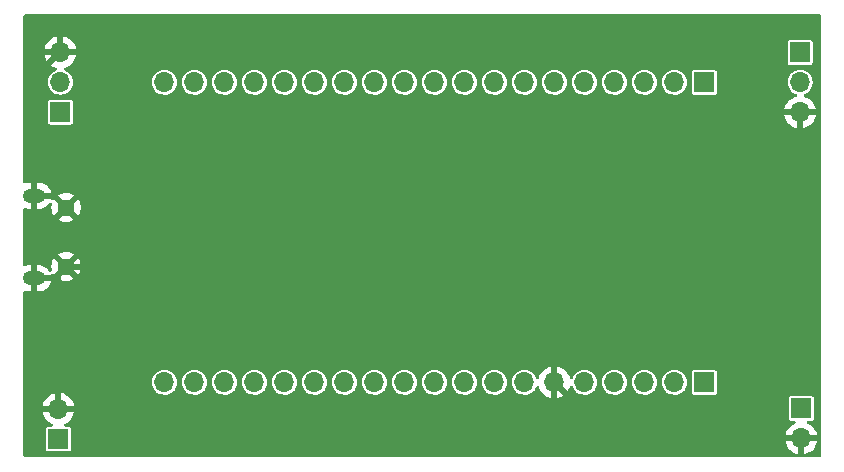
<source format=gbr>
%TF.GenerationSoftware,KiCad,Pcbnew,(6.0.7)*%
%TF.CreationDate,2022-07-30T13:06:33+08:00*%
%TF.ProjectId,remote-switch,72656d6f-7465-42d7-9377-697463682e6b,rev?*%
%TF.SameCoordinates,Original*%
%TF.FileFunction,Copper,L2,Bot*%
%TF.FilePolarity,Positive*%
%FSLAX46Y46*%
G04 Gerber Fmt 4.6, Leading zero omitted, Abs format (unit mm)*
G04 Created by KiCad (PCBNEW (6.0.7)) date 2022-07-30 13:06:33*
%MOMM*%
%LPD*%
G01*
G04 APERTURE LIST*
%TA.AperFunction,ComponentPad*%
%ADD10R,1.700000X1.700000*%
%TD*%
%TA.AperFunction,ComponentPad*%
%ADD11O,1.700000X1.700000*%
%TD*%
%TA.AperFunction,ComponentPad*%
%ADD12C,1.450000*%
%TD*%
%TA.AperFunction,ComponentPad*%
%ADD13O,1.900000X1.200000*%
%TD*%
%TA.AperFunction,Conductor*%
%ADD14C,0.550000*%
%TD*%
%TA.AperFunction,Conductor*%
%ADD15C,0.250000*%
%TD*%
G04 APERTURE END LIST*
D10*
%TO.P,M2,1,PWM*%
%TO.N,/right*%
X155300000Y-112460000D03*
D11*
%TO.P,M2,2,+*%
%TO.N,+5V*%
X155300000Y-115000000D03*
%TO.P,M2,3,-*%
%TO.N,GND*%
X155300000Y-117540000D03*
%TD*%
D10*
%TO.P,J2,1,Pin_1*%
%TO.N,unconnected-(J2-Pad1)*%
X147200000Y-115000000D03*
D11*
%TO.P,J2,2,Pin_2*%
%TO.N,unconnected-(J2-Pad2)*%
X144660000Y-115000000D03*
%TO.P,J2,3,Pin_3*%
%TO.N,unconnected-(J2-Pad3)*%
X142120000Y-115000000D03*
%TO.P,J2,4,Pin_4*%
%TO.N,unconnected-(J2-Pad4)*%
X139580000Y-115000000D03*
%TO.P,J2,5,Pin_5*%
%TO.N,unconnected-(J2-Pad5)*%
X137040000Y-115000000D03*
%TO.P,J2,6,Pin_6*%
%TO.N,unconnected-(J2-Pad6)*%
X134500000Y-115000000D03*
%TO.P,J2,7,Pin_7*%
%TO.N,unconnected-(J2-Pad7)*%
X131960000Y-115000000D03*
%TO.P,J2,8,Pin_8*%
%TO.N,unconnected-(J2-Pad8)*%
X129420000Y-115000000D03*
%TO.P,J2,9,Pin_9*%
%TO.N,unconnected-(J2-Pad9)*%
X126880000Y-115000000D03*
%TO.P,J2,10,Pin_10*%
%TO.N,unconnected-(J2-Pad10)*%
X124340000Y-115000000D03*
%TO.P,J2,11,Pin_11*%
%TO.N,/left*%
X121800000Y-115000000D03*
%TO.P,J2,12,Pin_12*%
%TO.N,/right*%
X119260000Y-115000000D03*
%TO.P,J2,13,Pin_13*%
%TO.N,unconnected-(J2-Pad13)*%
X116720000Y-115000000D03*
%TO.P,J2,14,Pin_14*%
%TO.N,unconnected-(J2-Pad14)*%
X114180000Y-115000000D03*
%TO.P,J2,15,Pin_15*%
%TO.N,unconnected-(J2-Pad15)*%
X111640000Y-115000000D03*
%TO.P,J2,16,Pin_16*%
%TO.N,unconnected-(J2-Pad16)*%
X109100000Y-115000000D03*
%TO.P,J2,17,Pin_17*%
%TO.N,unconnected-(J2-Pad17)*%
X106560000Y-115000000D03*
%TO.P,J2,18,Pin_18*%
%TO.N,unconnected-(J2-Pad18)*%
X104020000Y-115000000D03*
%TO.P,J2,19,Pin_19*%
%TO.N,unconnected-(J2-Pad19)*%
X101480000Y-115000000D03*
%TD*%
D10*
%TO.P,J4,1,Pin_1*%
%TO.N,+5V*%
X92500000Y-145200000D03*
D11*
%TO.P,J4,2,Pin_2*%
%TO.N,GND*%
X92500000Y-142660000D03*
%TD*%
D12*
%TO.P,J1,6,Shield*%
%TO.N,GND*%
X93152500Y-130600000D03*
D13*
X90452500Y-131600000D03*
X90452500Y-124600000D03*
D12*
X93152500Y-125600000D03*
%TD*%
D10*
%TO.P,J5,1,Pin_1*%
%TO.N,+5V*%
X155400000Y-142600000D03*
D11*
%TO.P,J5,2,Pin_2*%
%TO.N,GND*%
X155400000Y-145140000D03*
%TD*%
%TO.P,J3,19,Pin_19*%
%TO.N,unconnected-(J3-Pad19)*%
X101480000Y-140400000D03*
%TO.P,J3,18,Pin_18*%
%TO.N,unconnected-(J3-Pad18)*%
X104020000Y-140400000D03*
%TO.P,J3,17,Pin_17*%
%TO.N,unconnected-(J3-Pad17)*%
X106560000Y-140400000D03*
%TO.P,J3,16,Pin_16*%
%TO.N,unconnected-(J3-Pad16)*%
X109100000Y-140400000D03*
%TO.P,J3,15,Pin_15*%
%TO.N,unconnected-(J3-Pad15)*%
X111640000Y-140400000D03*
%TO.P,J3,14,Pin_14*%
%TO.N,unconnected-(J3-Pad14)*%
X114180000Y-140400000D03*
%TO.P,J3,13,Pin_13*%
%TO.N,unconnected-(J3-Pad13)*%
X116720000Y-140400000D03*
%TO.P,J3,12,Pin_12*%
%TO.N,unconnected-(J3-Pad12)*%
X119260000Y-140400000D03*
%TO.P,J3,11,Pin_11*%
%TO.N,unconnected-(J3-Pad11)*%
X121800000Y-140400000D03*
%TO.P,J3,10,Pin_10*%
%TO.N,unconnected-(J3-Pad10)*%
X124340000Y-140400000D03*
%TO.P,J3,9,Pin_9*%
%TO.N,unconnected-(J3-Pad9)*%
X126880000Y-140400000D03*
%TO.P,J3,8,Pin_8*%
%TO.N,unconnected-(J3-Pad8)*%
X129420000Y-140400000D03*
%TO.P,J3,7,Pin_7*%
%TO.N,unconnected-(J3-Pad7)*%
X131960000Y-140400000D03*
%TO.P,J3,6,Pin_6*%
%TO.N,GND*%
X134500000Y-140400000D03*
%TO.P,J3,5,Pin_5*%
%TO.N,unconnected-(J3-Pad5)*%
X137040000Y-140400000D03*
%TO.P,J3,4,Pin_4*%
%TO.N,unconnected-(J3-Pad4)*%
X139580000Y-140400000D03*
%TO.P,J3,3,Pin_3*%
%TO.N,unconnected-(J3-Pad3)*%
X142120000Y-140400000D03*
%TO.P,J3,2,Pin_2*%
%TO.N,unconnected-(J3-Pad2)*%
X144660000Y-140400000D03*
D10*
%TO.P,J3,1,Pin_1*%
%TO.N,+5V*%
X147200000Y-140400000D03*
%TD*%
%TO.P,M1,1,PWM*%
%TO.N,/left*%
X92675000Y-117525000D03*
D11*
%TO.P,M1,2,+*%
%TO.N,+5V*%
X92675000Y-114985000D03*
%TO.P,M1,3,-*%
%TO.N,GND*%
X92675000Y-112445000D03*
%TD*%
D14*
%TO.N,GND*%
X139240000Y-145140000D02*
X134500000Y-140400000D01*
X155400000Y-145140000D02*
X139240000Y-145140000D01*
X134500000Y-119880000D02*
X134500000Y-131000000D01*
X134500000Y-131000000D02*
X134500000Y-140400000D01*
X136840000Y-117540000D02*
X134500000Y-119880000D01*
D15*
X134500000Y-130700000D02*
X134500000Y-131000000D01*
X134400000Y-130600000D02*
X134500000Y-130700000D01*
D14*
X93152500Y-130600000D02*
X134400000Y-130600000D01*
D15*
X92500000Y-131252500D02*
X93152500Y-130600000D01*
D14*
X136840000Y-117540000D02*
X155300000Y-117540000D01*
X90452500Y-114667500D02*
X92675000Y-112445000D01*
X92500000Y-142660000D02*
X92500000Y-131252500D01*
X90452500Y-124600000D02*
X90452500Y-114667500D01*
%TD*%
%TA.AperFunction,Conductor*%
%TO.N,GND*%
G36*
X156957773Y-109253502D02*
G01*
X156969586Y-109262101D01*
X156997514Y-109285021D01*
X157014979Y-109302486D01*
X157037899Y-109330414D01*
X157065653Y-109395761D01*
X157066500Y-109410348D01*
X157066500Y-146589652D01*
X157046498Y-146657773D01*
X157037899Y-146669586D01*
X157014979Y-146697514D01*
X156997514Y-146714979D01*
X156969586Y-146737899D01*
X156904239Y-146765653D01*
X156889652Y-146766500D01*
X89710348Y-146766500D01*
X89642227Y-146746498D01*
X89630414Y-146737899D01*
X89602486Y-146714979D01*
X89585021Y-146697514D01*
X89562101Y-146669586D01*
X89534347Y-146604239D01*
X89533500Y-146589652D01*
X89533500Y-142927966D01*
X91168257Y-142927966D01*
X91198565Y-143062446D01*
X91201645Y-143072275D01*
X91281770Y-143269603D01*
X91286413Y-143278794D01*
X91397694Y-143460388D01*
X91403777Y-143468699D01*
X91543213Y-143629667D01*
X91550580Y-143636883D01*
X91714434Y-143772916D01*
X91722881Y-143778831D01*
X91906756Y-143886279D01*
X91916043Y-143890729D01*
X91955484Y-143905790D01*
X92011987Y-143948778D01*
X92036280Y-144015489D01*
X92020650Y-144084743D01*
X91970059Y-144134554D01*
X91910535Y-144149500D01*
X91630252Y-144149500D01*
X91624184Y-144150707D01*
X91583939Y-144158712D01*
X91583938Y-144158712D01*
X91571769Y-144161133D01*
X91505448Y-144205448D01*
X91461133Y-144271769D01*
X91458712Y-144283938D01*
X91458712Y-144283939D01*
X91454571Y-144304757D01*
X91449500Y-144330252D01*
X91449500Y-146069748D01*
X91461133Y-146128231D01*
X91505448Y-146194552D01*
X91571769Y-146238867D01*
X91583938Y-146241288D01*
X91583939Y-146241288D01*
X91624184Y-146249293D01*
X91630252Y-146250500D01*
X93369748Y-146250500D01*
X93375816Y-146249293D01*
X93416061Y-146241288D01*
X93416062Y-146241288D01*
X93428231Y-146238867D01*
X93494552Y-146194552D01*
X93538867Y-146128231D01*
X93550500Y-146069748D01*
X93550500Y-145407966D01*
X154068257Y-145407966D01*
X154098565Y-145542446D01*
X154101645Y-145552275D01*
X154181770Y-145749603D01*
X154186413Y-145758794D01*
X154297694Y-145940388D01*
X154303777Y-145948699D01*
X154443213Y-146109667D01*
X154450580Y-146116883D01*
X154614434Y-146252916D01*
X154622881Y-146258831D01*
X154806756Y-146366279D01*
X154816042Y-146370729D01*
X155015001Y-146446703D01*
X155024899Y-146449579D01*
X155128250Y-146470606D01*
X155142299Y-146469410D01*
X155146000Y-146459065D01*
X155146000Y-146458517D01*
X155654000Y-146458517D01*
X155658064Y-146472359D01*
X155671478Y-146474393D01*
X155678184Y-146473534D01*
X155688262Y-146471392D01*
X155892255Y-146410191D01*
X155901842Y-146406433D01*
X156093095Y-146312739D01*
X156101945Y-146307464D01*
X156275328Y-146183792D01*
X156283200Y-146177139D01*
X156434052Y-146026812D01*
X156440730Y-146018965D01*
X156565003Y-145846020D01*
X156570313Y-145837183D01*
X156664670Y-145646267D01*
X156668469Y-145636672D01*
X156730377Y-145432910D01*
X156732555Y-145422837D01*
X156733986Y-145411962D01*
X156731775Y-145397778D01*
X156718617Y-145394000D01*
X155672115Y-145394000D01*
X155656876Y-145398475D01*
X155655671Y-145399865D01*
X155654000Y-145407548D01*
X155654000Y-146458517D01*
X155146000Y-146458517D01*
X155146000Y-145412115D01*
X155141525Y-145396876D01*
X155140135Y-145395671D01*
X155132452Y-145394000D01*
X154083225Y-145394000D01*
X154069694Y-145397973D01*
X154068257Y-145407966D01*
X93550500Y-145407966D01*
X93550500Y-144874183D01*
X154064389Y-144874183D01*
X154065912Y-144882607D01*
X154078292Y-144886000D01*
X156718344Y-144886000D01*
X156731875Y-144882027D01*
X156733180Y-144872947D01*
X156691214Y-144705875D01*
X156687894Y-144696124D01*
X156602972Y-144500814D01*
X156598105Y-144491739D01*
X156482426Y-144312926D01*
X156476136Y-144304757D01*
X156332806Y-144147240D01*
X156325273Y-144140215D01*
X156158139Y-144008222D01*
X156149552Y-144002517D01*
X155963117Y-143899599D01*
X155953705Y-143895369D01*
X155953435Y-143895273D01*
X155953341Y-143895205D01*
X155948989Y-143893249D01*
X155949393Y-143892351D01*
X155895899Y-143853679D01*
X155869983Y-143787581D01*
X155883917Y-143717965D01*
X155933276Y-143666934D01*
X155995495Y-143650500D01*
X156269748Y-143650500D01*
X156275816Y-143649293D01*
X156316061Y-143641288D01*
X156316062Y-143641288D01*
X156328231Y-143638867D01*
X156394552Y-143594552D01*
X156438867Y-143528231D01*
X156450500Y-143469748D01*
X156450500Y-141730252D01*
X156438867Y-141671769D01*
X156394552Y-141605448D01*
X156328231Y-141561133D01*
X156316062Y-141558712D01*
X156316061Y-141558712D01*
X156275816Y-141550707D01*
X156269748Y-141549500D01*
X154530252Y-141549500D01*
X154524184Y-141550707D01*
X154483939Y-141558712D01*
X154483938Y-141558712D01*
X154471769Y-141561133D01*
X154405448Y-141605448D01*
X154361133Y-141671769D01*
X154349500Y-141730252D01*
X154349500Y-143469748D01*
X154361133Y-143528231D01*
X154405448Y-143594552D01*
X154471769Y-143638867D01*
X154483938Y-143641288D01*
X154483939Y-143641288D01*
X154524184Y-143649293D01*
X154530252Y-143650500D01*
X154805233Y-143650500D01*
X154873354Y-143670502D01*
X154919847Y-143724158D01*
X154929951Y-143794432D01*
X154900457Y-143859012D01*
X154863413Y-143888263D01*
X154678463Y-143984542D01*
X154669738Y-143990036D01*
X154499433Y-144117905D01*
X154491726Y-144124748D01*
X154344590Y-144278717D01*
X154338104Y-144286727D01*
X154218098Y-144462649D01*
X154213000Y-144471623D01*
X154123338Y-144664783D01*
X154119775Y-144674470D01*
X154064389Y-144874183D01*
X93550500Y-144874183D01*
X93550500Y-144330252D01*
X93545429Y-144304757D01*
X93541288Y-144283939D01*
X93541288Y-144283938D01*
X93538867Y-144271769D01*
X93494552Y-144205448D01*
X93428231Y-144161133D01*
X93416062Y-144158712D01*
X93416061Y-144158712D01*
X93375816Y-144150707D01*
X93369748Y-144149500D01*
X93090107Y-144149500D01*
X93021986Y-144129498D01*
X92975493Y-144075842D01*
X92965389Y-144005568D01*
X92994883Y-143940988D01*
X93034675Y-143910349D01*
X93193090Y-143832742D01*
X93201945Y-143827464D01*
X93375328Y-143703792D01*
X93383200Y-143697139D01*
X93534052Y-143546812D01*
X93540730Y-143538965D01*
X93665003Y-143366020D01*
X93670313Y-143357183D01*
X93764670Y-143166267D01*
X93768469Y-143156672D01*
X93830377Y-142952910D01*
X93832555Y-142942837D01*
X93833986Y-142931962D01*
X93831775Y-142917778D01*
X93818617Y-142914000D01*
X91183225Y-142914000D01*
X91169694Y-142917973D01*
X91168257Y-142927966D01*
X89533500Y-142927966D01*
X89533500Y-142394183D01*
X91164389Y-142394183D01*
X91165912Y-142402607D01*
X91178292Y-142406000D01*
X92227885Y-142406000D01*
X92243124Y-142401525D01*
X92244329Y-142400135D01*
X92246000Y-142392452D01*
X92246000Y-142387885D01*
X92754000Y-142387885D01*
X92758475Y-142403124D01*
X92759865Y-142404329D01*
X92767548Y-142406000D01*
X93818344Y-142406000D01*
X93831875Y-142402027D01*
X93833180Y-142392947D01*
X93791214Y-142225875D01*
X93787894Y-142216124D01*
X93702972Y-142020814D01*
X93698105Y-142011739D01*
X93582426Y-141832926D01*
X93576136Y-141824757D01*
X93432806Y-141667240D01*
X93425273Y-141660215D01*
X93258139Y-141528222D01*
X93249552Y-141522517D01*
X93063117Y-141419599D01*
X93053705Y-141415369D01*
X92852959Y-141344280D01*
X92842988Y-141341646D01*
X92771837Y-141328972D01*
X92758540Y-141330432D01*
X92754000Y-141344989D01*
X92754000Y-142387885D01*
X92246000Y-142387885D01*
X92246000Y-141343102D01*
X92242082Y-141329758D01*
X92227806Y-141327771D01*
X92189324Y-141333660D01*
X92179288Y-141336051D01*
X91976868Y-141402212D01*
X91967359Y-141406209D01*
X91778463Y-141504542D01*
X91769738Y-141510036D01*
X91599433Y-141637905D01*
X91591726Y-141644748D01*
X91444590Y-141798717D01*
X91438104Y-141806727D01*
X91318098Y-141982649D01*
X91313000Y-141991623D01*
X91223338Y-142184783D01*
X91219775Y-142194470D01*
X91164389Y-142394183D01*
X89533500Y-142394183D01*
X89533500Y-140385262D01*
X100424520Y-140385262D01*
X100441759Y-140590553D01*
X100443458Y-140596478D01*
X100489395Y-140756678D01*
X100498544Y-140788586D01*
X100501359Y-140794063D01*
X100501360Y-140794066D01*
X100589897Y-140966341D01*
X100592712Y-140971818D01*
X100720677Y-141133270D01*
X100725370Y-141137264D01*
X100725371Y-141137265D01*
X100799541Y-141200388D01*
X100877564Y-141266791D01*
X100882942Y-141269797D01*
X100882944Y-141269798D01*
X100913387Y-141286812D01*
X101057398Y-141367297D01*
X101141280Y-141394552D01*
X101247471Y-141429056D01*
X101247475Y-141429057D01*
X101253329Y-141430959D01*
X101457894Y-141455351D01*
X101464029Y-141454879D01*
X101464031Y-141454879D01*
X101536625Y-141449293D01*
X101663300Y-141439546D01*
X101669230Y-141437890D01*
X101669232Y-141437890D01*
X101855797Y-141385800D01*
X101855796Y-141385800D01*
X101861725Y-141384145D01*
X101867214Y-141381372D01*
X101867220Y-141381370D01*
X102040116Y-141294033D01*
X102045610Y-141291258D01*
X102061345Y-141278965D01*
X102203101Y-141168213D01*
X102207951Y-141164424D01*
X102265992Y-141097183D01*
X102338540Y-141013134D01*
X102338540Y-141013133D01*
X102342564Y-141008472D01*
X102363387Y-140971818D01*
X102381056Y-140940714D01*
X102444323Y-140829344D01*
X102509351Y-140633863D01*
X102535171Y-140429474D01*
X102535583Y-140400000D01*
X102534138Y-140385262D01*
X102964520Y-140385262D01*
X102981759Y-140590553D01*
X102983458Y-140596478D01*
X103029395Y-140756678D01*
X103038544Y-140788586D01*
X103041359Y-140794063D01*
X103041360Y-140794066D01*
X103129897Y-140966341D01*
X103132712Y-140971818D01*
X103260677Y-141133270D01*
X103265370Y-141137264D01*
X103265371Y-141137265D01*
X103339541Y-141200388D01*
X103417564Y-141266791D01*
X103422942Y-141269797D01*
X103422944Y-141269798D01*
X103453387Y-141286812D01*
X103597398Y-141367297D01*
X103681280Y-141394552D01*
X103787471Y-141429056D01*
X103787475Y-141429057D01*
X103793329Y-141430959D01*
X103997894Y-141455351D01*
X104004029Y-141454879D01*
X104004031Y-141454879D01*
X104076625Y-141449293D01*
X104203300Y-141439546D01*
X104209230Y-141437890D01*
X104209232Y-141437890D01*
X104395797Y-141385800D01*
X104395796Y-141385800D01*
X104401725Y-141384145D01*
X104407214Y-141381372D01*
X104407220Y-141381370D01*
X104580116Y-141294033D01*
X104585610Y-141291258D01*
X104601345Y-141278965D01*
X104743101Y-141168213D01*
X104747951Y-141164424D01*
X104805992Y-141097183D01*
X104878540Y-141013134D01*
X104878540Y-141013133D01*
X104882564Y-141008472D01*
X104903387Y-140971818D01*
X104921056Y-140940714D01*
X104984323Y-140829344D01*
X105049351Y-140633863D01*
X105075171Y-140429474D01*
X105075583Y-140400000D01*
X105074138Y-140385262D01*
X105504520Y-140385262D01*
X105521759Y-140590553D01*
X105523458Y-140596478D01*
X105569395Y-140756678D01*
X105578544Y-140788586D01*
X105581359Y-140794063D01*
X105581360Y-140794066D01*
X105669897Y-140966341D01*
X105672712Y-140971818D01*
X105800677Y-141133270D01*
X105805370Y-141137264D01*
X105805371Y-141137265D01*
X105879541Y-141200388D01*
X105957564Y-141266791D01*
X105962942Y-141269797D01*
X105962944Y-141269798D01*
X105993387Y-141286812D01*
X106137398Y-141367297D01*
X106221280Y-141394552D01*
X106327471Y-141429056D01*
X106327475Y-141429057D01*
X106333329Y-141430959D01*
X106537894Y-141455351D01*
X106544029Y-141454879D01*
X106544031Y-141454879D01*
X106616625Y-141449293D01*
X106743300Y-141439546D01*
X106749230Y-141437890D01*
X106749232Y-141437890D01*
X106935797Y-141385800D01*
X106935796Y-141385800D01*
X106941725Y-141384145D01*
X106947214Y-141381372D01*
X106947220Y-141381370D01*
X107120116Y-141294033D01*
X107125610Y-141291258D01*
X107141345Y-141278965D01*
X107283101Y-141168213D01*
X107287951Y-141164424D01*
X107345992Y-141097183D01*
X107418540Y-141013134D01*
X107418540Y-141013133D01*
X107422564Y-141008472D01*
X107443387Y-140971818D01*
X107461056Y-140940714D01*
X107524323Y-140829344D01*
X107589351Y-140633863D01*
X107615171Y-140429474D01*
X107615583Y-140400000D01*
X107614138Y-140385262D01*
X108044520Y-140385262D01*
X108061759Y-140590553D01*
X108063458Y-140596478D01*
X108109395Y-140756678D01*
X108118544Y-140788586D01*
X108121359Y-140794063D01*
X108121360Y-140794066D01*
X108209897Y-140966341D01*
X108212712Y-140971818D01*
X108340677Y-141133270D01*
X108345370Y-141137264D01*
X108345371Y-141137265D01*
X108419541Y-141200388D01*
X108497564Y-141266791D01*
X108502942Y-141269797D01*
X108502944Y-141269798D01*
X108533387Y-141286812D01*
X108677398Y-141367297D01*
X108761280Y-141394552D01*
X108867471Y-141429056D01*
X108867475Y-141429057D01*
X108873329Y-141430959D01*
X109077894Y-141455351D01*
X109084029Y-141454879D01*
X109084031Y-141454879D01*
X109156625Y-141449293D01*
X109283300Y-141439546D01*
X109289230Y-141437890D01*
X109289232Y-141437890D01*
X109475797Y-141385800D01*
X109475796Y-141385800D01*
X109481725Y-141384145D01*
X109487214Y-141381372D01*
X109487220Y-141381370D01*
X109660116Y-141294033D01*
X109665610Y-141291258D01*
X109681345Y-141278965D01*
X109823101Y-141168213D01*
X109827951Y-141164424D01*
X109885992Y-141097183D01*
X109958540Y-141013134D01*
X109958540Y-141013133D01*
X109962564Y-141008472D01*
X109983387Y-140971818D01*
X110001056Y-140940714D01*
X110064323Y-140829344D01*
X110129351Y-140633863D01*
X110155171Y-140429474D01*
X110155583Y-140400000D01*
X110154138Y-140385262D01*
X110584520Y-140385262D01*
X110601759Y-140590553D01*
X110603458Y-140596478D01*
X110649395Y-140756678D01*
X110658544Y-140788586D01*
X110661359Y-140794063D01*
X110661360Y-140794066D01*
X110749897Y-140966341D01*
X110752712Y-140971818D01*
X110880677Y-141133270D01*
X110885370Y-141137264D01*
X110885371Y-141137265D01*
X110959541Y-141200388D01*
X111037564Y-141266791D01*
X111042942Y-141269797D01*
X111042944Y-141269798D01*
X111073387Y-141286812D01*
X111217398Y-141367297D01*
X111301280Y-141394552D01*
X111407471Y-141429056D01*
X111407475Y-141429057D01*
X111413329Y-141430959D01*
X111617894Y-141455351D01*
X111624029Y-141454879D01*
X111624031Y-141454879D01*
X111696625Y-141449293D01*
X111823300Y-141439546D01*
X111829230Y-141437890D01*
X111829232Y-141437890D01*
X112015797Y-141385800D01*
X112015796Y-141385800D01*
X112021725Y-141384145D01*
X112027214Y-141381372D01*
X112027220Y-141381370D01*
X112200116Y-141294033D01*
X112205610Y-141291258D01*
X112221345Y-141278965D01*
X112363101Y-141168213D01*
X112367951Y-141164424D01*
X112425992Y-141097183D01*
X112498540Y-141013134D01*
X112498540Y-141013133D01*
X112502564Y-141008472D01*
X112523387Y-140971818D01*
X112541056Y-140940714D01*
X112604323Y-140829344D01*
X112669351Y-140633863D01*
X112695171Y-140429474D01*
X112695583Y-140400000D01*
X112694138Y-140385262D01*
X113124520Y-140385262D01*
X113141759Y-140590553D01*
X113143458Y-140596478D01*
X113189395Y-140756678D01*
X113198544Y-140788586D01*
X113201359Y-140794063D01*
X113201360Y-140794066D01*
X113289897Y-140966341D01*
X113292712Y-140971818D01*
X113420677Y-141133270D01*
X113425370Y-141137264D01*
X113425371Y-141137265D01*
X113499541Y-141200388D01*
X113577564Y-141266791D01*
X113582942Y-141269797D01*
X113582944Y-141269798D01*
X113613387Y-141286812D01*
X113757398Y-141367297D01*
X113841280Y-141394552D01*
X113947471Y-141429056D01*
X113947475Y-141429057D01*
X113953329Y-141430959D01*
X114157894Y-141455351D01*
X114164029Y-141454879D01*
X114164031Y-141454879D01*
X114236625Y-141449293D01*
X114363300Y-141439546D01*
X114369230Y-141437890D01*
X114369232Y-141437890D01*
X114555797Y-141385800D01*
X114555796Y-141385800D01*
X114561725Y-141384145D01*
X114567214Y-141381372D01*
X114567220Y-141381370D01*
X114740116Y-141294033D01*
X114745610Y-141291258D01*
X114761345Y-141278965D01*
X114903101Y-141168213D01*
X114907951Y-141164424D01*
X114965992Y-141097183D01*
X115038540Y-141013134D01*
X115038540Y-141013133D01*
X115042564Y-141008472D01*
X115063387Y-140971818D01*
X115081056Y-140940714D01*
X115144323Y-140829344D01*
X115209351Y-140633863D01*
X115235171Y-140429474D01*
X115235583Y-140400000D01*
X115234138Y-140385262D01*
X115664520Y-140385262D01*
X115681759Y-140590553D01*
X115683458Y-140596478D01*
X115729395Y-140756678D01*
X115738544Y-140788586D01*
X115741359Y-140794063D01*
X115741360Y-140794066D01*
X115829897Y-140966341D01*
X115832712Y-140971818D01*
X115960677Y-141133270D01*
X115965370Y-141137264D01*
X115965371Y-141137265D01*
X116039541Y-141200388D01*
X116117564Y-141266791D01*
X116122942Y-141269797D01*
X116122944Y-141269798D01*
X116153387Y-141286812D01*
X116297398Y-141367297D01*
X116381280Y-141394552D01*
X116487471Y-141429056D01*
X116487475Y-141429057D01*
X116493329Y-141430959D01*
X116697894Y-141455351D01*
X116704029Y-141454879D01*
X116704031Y-141454879D01*
X116776625Y-141449293D01*
X116903300Y-141439546D01*
X116909230Y-141437890D01*
X116909232Y-141437890D01*
X117095797Y-141385800D01*
X117095796Y-141385800D01*
X117101725Y-141384145D01*
X117107214Y-141381372D01*
X117107220Y-141381370D01*
X117280116Y-141294033D01*
X117285610Y-141291258D01*
X117301345Y-141278965D01*
X117443101Y-141168213D01*
X117447951Y-141164424D01*
X117505992Y-141097183D01*
X117578540Y-141013134D01*
X117578540Y-141013133D01*
X117582564Y-141008472D01*
X117603387Y-140971818D01*
X117621056Y-140940714D01*
X117684323Y-140829344D01*
X117749351Y-140633863D01*
X117775171Y-140429474D01*
X117775583Y-140400000D01*
X117774138Y-140385262D01*
X118204520Y-140385262D01*
X118221759Y-140590553D01*
X118223458Y-140596478D01*
X118269395Y-140756678D01*
X118278544Y-140788586D01*
X118281359Y-140794063D01*
X118281360Y-140794066D01*
X118369897Y-140966341D01*
X118372712Y-140971818D01*
X118500677Y-141133270D01*
X118505370Y-141137264D01*
X118505371Y-141137265D01*
X118579541Y-141200388D01*
X118657564Y-141266791D01*
X118662942Y-141269797D01*
X118662944Y-141269798D01*
X118693387Y-141286812D01*
X118837398Y-141367297D01*
X118921280Y-141394552D01*
X119027471Y-141429056D01*
X119027475Y-141429057D01*
X119033329Y-141430959D01*
X119237894Y-141455351D01*
X119244029Y-141454879D01*
X119244031Y-141454879D01*
X119316625Y-141449293D01*
X119443300Y-141439546D01*
X119449230Y-141437890D01*
X119449232Y-141437890D01*
X119635797Y-141385800D01*
X119635796Y-141385800D01*
X119641725Y-141384145D01*
X119647214Y-141381372D01*
X119647220Y-141381370D01*
X119820116Y-141294033D01*
X119825610Y-141291258D01*
X119841345Y-141278965D01*
X119983101Y-141168213D01*
X119987951Y-141164424D01*
X120045992Y-141097183D01*
X120118540Y-141013134D01*
X120118540Y-141013133D01*
X120122564Y-141008472D01*
X120143387Y-140971818D01*
X120161056Y-140940714D01*
X120224323Y-140829344D01*
X120289351Y-140633863D01*
X120315171Y-140429474D01*
X120315583Y-140400000D01*
X120314138Y-140385262D01*
X120744520Y-140385262D01*
X120761759Y-140590553D01*
X120763458Y-140596478D01*
X120809395Y-140756678D01*
X120818544Y-140788586D01*
X120821359Y-140794063D01*
X120821360Y-140794066D01*
X120909897Y-140966341D01*
X120912712Y-140971818D01*
X121040677Y-141133270D01*
X121045370Y-141137264D01*
X121045371Y-141137265D01*
X121119541Y-141200388D01*
X121197564Y-141266791D01*
X121202942Y-141269797D01*
X121202944Y-141269798D01*
X121233387Y-141286812D01*
X121377398Y-141367297D01*
X121461280Y-141394552D01*
X121567471Y-141429056D01*
X121567475Y-141429057D01*
X121573329Y-141430959D01*
X121777894Y-141455351D01*
X121784029Y-141454879D01*
X121784031Y-141454879D01*
X121856625Y-141449293D01*
X121983300Y-141439546D01*
X121989230Y-141437890D01*
X121989232Y-141437890D01*
X122175797Y-141385800D01*
X122175796Y-141385800D01*
X122181725Y-141384145D01*
X122187214Y-141381372D01*
X122187220Y-141381370D01*
X122360116Y-141294033D01*
X122365610Y-141291258D01*
X122381345Y-141278965D01*
X122523101Y-141168213D01*
X122527951Y-141164424D01*
X122585992Y-141097183D01*
X122658540Y-141013134D01*
X122658540Y-141013133D01*
X122662564Y-141008472D01*
X122683387Y-140971818D01*
X122701056Y-140940714D01*
X122764323Y-140829344D01*
X122829351Y-140633863D01*
X122855171Y-140429474D01*
X122855583Y-140400000D01*
X122854138Y-140385262D01*
X123284520Y-140385262D01*
X123301759Y-140590553D01*
X123303458Y-140596478D01*
X123349395Y-140756678D01*
X123358544Y-140788586D01*
X123361359Y-140794063D01*
X123361360Y-140794066D01*
X123449897Y-140966341D01*
X123452712Y-140971818D01*
X123580677Y-141133270D01*
X123585370Y-141137264D01*
X123585371Y-141137265D01*
X123659541Y-141200388D01*
X123737564Y-141266791D01*
X123742942Y-141269797D01*
X123742944Y-141269798D01*
X123773387Y-141286812D01*
X123917398Y-141367297D01*
X124001280Y-141394552D01*
X124107471Y-141429056D01*
X124107475Y-141429057D01*
X124113329Y-141430959D01*
X124317894Y-141455351D01*
X124324029Y-141454879D01*
X124324031Y-141454879D01*
X124396625Y-141449293D01*
X124523300Y-141439546D01*
X124529230Y-141437890D01*
X124529232Y-141437890D01*
X124715797Y-141385800D01*
X124715796Y-141385800D01*
X124721725Y-141384145D01*
X124727214Y-141381372D01*
X124727220Y-141381370D01*
X124900116Y-141294033D01*
X124905610Y-141291258D01*
X124921345Y-141278965D01*
X125063101Y-141168213D01*
X125067951Y-141164424D01*
X125125992Y-141097183D01*
X125198540Y-141013134D01*
X125198540Y-141013133D01*
X125202564Y-141008472D01*
X125223387Y-140971818D01*
X125241056Y-140940714D01*
X125304323Y-140829344D01*
X125369351Y-140633863D01*
X125395171Y-140429474D01*
X125395583Y-140400000D01*
X125394138Y-140385262D01*
X125824520Y-140385262D01*
X125841759Y-140590553D01*
X125843458Y-140596478D01*
X125889395Y-140756678D01*
X125898544Y-140788586D01*
X125901359Y-140794063D01*
X125901360Y-140794066D01*
X125989897Y-140966341D01*
X125992712Y-140971818D01*
X126120677Y-141133270D01*
X126125370Y-141137264D01*
X126125371Y-141137265D01*
X126199541Y-141200388D01*
X126277564Y-141266791D01*
X126282942Y-141269797D01*
X126282944Y-141269798D01*
X126313387Y-141286812D01*
X126457398Y-141367297D01*
X126541280Y-141394552D01*
X126647471Y-141429056D01*
X126647475Y-141429057D01*
X126653329Y-141430959D01*
X126857894Y-141455351D01*
X126864029Y-141454879D01*
X126864031Y-141454879D01*
X126936625Y-141449293D01*
X127063300Y-141439546D01*
X127069230Y-141437890D01*
X127069232Y-141437890D01*
X127255797Y-141385800D01*
X127255796Y-141385800D01*
X127261725Y-141384145D01*
X127267214Y-141381372D01*
X127267220Y-141381370D01*
X127440116Y-141294033D01*
X127445610Y-141291258D01*
X127461345Y-141278965D01*
X127603101Y-141168213D01*
X127607951Y-141164424D01*
X127665992Y-141097183D01*
X127738540Y-141013134D01*
X127738540Y-141013133D01*
X127742564Y-141008472D01*
X127763387Y-140971818D01*
X127781056Y-140940714D01*
X127844323Y-140829344D01*
X127909351Y-140633863D01*
X127935171Y-140429474D01*
X127935583Y-140400000D01*
X127934138Y-140385262D01*
X128364520Y-140385262D01*
X128381759Y-140590553D01*
X128383458Y-140596478D01*
X128429395Y-140756678D01*
X128438544Y-140788586D01*
X128441359Y-140794063D01*
X128441360Y-140794066D01*
X128529897Y-140966341D01*
X128532712Y-140971818D01*
X128660677Y-141133270D01*
X128665370Y-141137264D01*
X128665371Y-141137265D01*
X128739541Y-141200388D01*
X128817564Y-141266791D01*
X128822942Y-141269797D01*
X128822944Y-141269798D01*
X128853387Y-141286812D01*
X128997398Y-141367297D01*
X129081280Y-141394552D01*
X129187471Y-141429056D01*
X129187475Y-141429057D01*
X129193329Y-141430959D01*
X129397894Y-141455351D01*
X129404029Y-141454879D01*
X129404031Y-141454879D01*
X129476625Y-141449293D01*
X129603300Y-141439546D01*
X129609230Y-141437890D01*
X129609232Y-141437890D01*
X129795797Y-141385800D01*
X129795796Y-141385800D01*
X129801725Y-141384145D01*
X129807214Y-141381372D01*
X129807220Y-141381370D01*
X129980116Y-141294033D01*
X129985610Y-141291258D01*
X130001345Y-141278965D01*
X130143101Y-141168213D01*
X130147951Y-141164424D01*
X130205992Y-141097183D01*
X130278540Y-141013134D01*
X130278540Y-141013133D01*
X130282564Y-141008472D01*
X130303387Y-140971818D01*
X130321056Y-140940714D01*
X130384323Y-140829344D01*
X130449351Y-140633863D01*
X130475171Y-140429474D01*
X130475583Y-140400000D01*
X130474138Y-140385262D01*
X130904520Y-140385262D01*
X130921759Y-140590553D01*
X130923458Y-140596478D01*
X130969395Y-140756678D01*
X130978544Y-140788586D01*
X130981359Y-140794063D01*
X130981360Y-140794066D01*
X131069897Y-140966341D01*
X131072712Y-140971818D01*
X131200677Y-141133270D01*
X131205370Y-141137264D01*
X131205371Y-141137265D01*
X131279541Y-141200388D01*
X131357564Y-141266791D01*
X131362942Y-141269797D01*
X131362944Y-141269798D01*
X131393387Y-141286812D01*
X131537398Y-141367297D01*
X131621280Y-141394552D01*
X131727471Y-141429056D01*
X131727475Y-141429057D01*
X131733329Y-141430959D01*
X131937894Y-141455351D01*
X131944029Y-141454879D01*
X131944031Y-141454879D01*
X132016625Y-141449293D01*
X132143300Y-141439546D01*
X132149230Y-141437890D01*
X132149232Y-141437890D01*
X132335797Y-141385800D01*
X132335796Y-141385800D01*
X132341725Y-141384145D01*
X132347214Y-141381372D01*
X132347220Y-141381370D01*
X132520116Y-141294033D01*
X132525610Y-141291258D01*
X132541345Y-141278965D01*
X132683101Y-141168213D01*
X132687951Y-141164424D01*
X132745992Y-141097183D01*
X132818540Y-141013134D01*
X132818540Y-141013133D01*
X132822564Y-141008472D01*
X132843387Y-140971818D01*
X132861056Y-140940714D01*
X132924323Y-140829344D01*
X132933271Y-140802444D01*
X132948496Y-140756678D01*
X132988978Y-140698354D01*
X133054566Y-140671175D01*
X133124437Y-140683770D01*
X133176406Y-140732141D01*
X133190971Y-140768751D01*
X133198564Y-140802444D01*
X133201645Y-140812275D01*
X133281770Y-141009603D01*
X133286413Y-141018794D01*
X133397694Y-141200388D01*
X133403777Y-141208699D01*
X133543213Y-141369667D01*
X133550580Y-141376883D01*
X133714434Y-141512916D01*
X133722881Y-141518831D01*
X133906756Y-141626279D01*
X133916042Y-141630729D01*
X134115001Y-141706703D01*
X134124899Y-141709579D01*
X134228250Y-141730606D01*
X134242299Y-141729410D01*
X134246000Y-141719065D01*
X134246000Y-141718517D01*
X134754000Y-141718517D01*
X134758064Y-141732359D01*
X134771478Y-141734393D01*
X134778184Y-141733534D01*
X134788262Y-141731392D01*
X134992255Y-141670191D01*
X135001842Y-141666433D01*
X135193095Y-141572739D01*
X135201945Y-141567464D01*
X135375328Y-141443792D01*
X135383200Y-141437139D01*
X135534052Y-141286812D01*
X135540730Y-141278965D01*
X135665003Y-141106020D01*
X135670313Y-141097183D01*
X135764670Y-140906267D01*
X135768469Y-140896672D01*
X135809593Y-140761319D01*
X135848534Y-140701955D01*
X135913388Y-140673068D01*
X135983564Y-140683830D01*
X136036782Y-140730823D01*
X136051270Y-140763217D01*
X136058544Y-140788586D01*
X136061359Y-140794063D01*
X136061360Y-140794066D01*
X136149897Y-140966341D01*
X136152712Y-140971818D01*
X136280677Y-141133270D01*
X136285370Y-141137264D01*
X136285371Y-141137265D01*
X136359541Y-141200388D01*
X136437564Y-141266791D01*
X136442942Y-141269797D01*
X136442944Y-141269798D01*
X136473387Y-141286812D01*
X136617398Y-141367297D01*
X136701280Y-141394552D01*
X136807471Y-141429056D01*
X136807475Y-141429057D01*
X136813329Y-141430959D01*
X137017894Y-141455351D01*
X137024029Y-141454879D01*
X137024031Y-141454879D01*
X137096625Y-141449293D01*
X137223300Y-141439546D01*
X137229230Y-141437890D01*
X137229232Y-141437890D01*
X137415797Y-141385800D01*
X137415796Y-141385800D01*
X137421725Y-141384145D01*
X137427214Y-141381372D01*
X137427220Y-141381370D01*
X137600116Y-141294033D01*
X137605610Y-141291258D01*
X137621345Y-141278965D01*
X137763101Y-141168213D01*
X137767951Y-141164424D01*
X137825992Y-141097183D01*
X137898540Y-141013134D01*
X137898540Y-141013133D01*
X137902564Y-141008472D01*
X137923387Y-140971818D01*
X137941056Y-140940714D01*
X138004323Y-140829344D01*
X138069351Y-140633863D01*
X138095171Y-140429474D01*
X138095583Y-140400000D01*
X138094138Y-140385262D01*
X138524520Y-140385262D01*
X138541759Y-140590553D01*
X138543458Y-140596478D01*
X138589395Y-140756678D01*
X138598544Y-140788586D01*
X138601359Y-140794063D01*
X138601360Y-140794066D01*
X138689897Y-140966341D01*
X138692712Y-140971818D01*
X138820677Y-141133270D01*
X138825370Y-141137264D01*
X138825371Y-141137265D01*
X138899541Y-141200388D01*
X138977564Y-141266791D01*
X138982942Y-141269797D01*
X138982944Y-141269798D01*
X139013387Y-141286812D01*
X139157398Y-141367297D01*
X139241280Y-141394552D01*
X139347471Y-141429056D01*
X139347475Y-141429057D01*
X139353329Y-141430959D01*
X139557894Y-141455351D01*
X139564029Y-141454879D01*
X139564031Y-141454879D01*
X139636625Y-141449293D01*
X139763300Y-141439546D01*
X139769230Y-141437890D01*
X139769232Y-141437890D01*
X139955797Y-141385800D01*
X139955796Y-141385800D01*
X139961725Y-141384145D01*
X139967214Y-141381372D01*
X139967220Y-141381370D01*
X140140116Y-141294033D01*
X140145610Y-141291258D01*
X140161345Y-141278965D01*
X140303101Y-141168213D01*
X140307951Y-141164424D01*
X140365992Y-141097183D01*
X140438540Y-141013134D01*
X140438540Y-141013133D01*
X140442564Y-141008472D01*
X140463387Y-140971818D01*
X140481056Y-140940714D01*
X140544323Y-140829344D01*
X140609351Y-140633863D01*
X140635171Y-140429474D01*
X140635583Y-140400000D01*
X140634138Y-140385262D01*
X141064520Y-140385262D01*
X141081759Y-140590553D01*
X141083458Y-140596478D01*
X141129395Y-140756678D01*
X141138544Y-140788586D01*
X141141359Y-140794063D01*
X141141360Y-140794066D01*
X141229897Y-140966341D01*
X141232712Y-140971818D01*
X141360677Y-141133270D01*
X141365370Y-141137264D01*
X141365371Y-141137265D01*
X141439541Y-141200388D01*
X141517564Y-141266791D01*
X141522942Y-141269797D01*
X141522944Y-141269798D01*
X141553387Y-141286812D01*
X141697398Y-141367297D01*
X141781280Y-141394552D01*
X141887471Y-141429056D01*
X141887475Y-141429057D01*
X141893329Y-141430959D01*
X142097894Y-141455351D01*
X142104029Y-141454879D01*
X142104031Y-141454879D01*
X142176625Y-141449293D01*
X142303300Y-141439546D01*
X142309230Y-141437890D01*
X142309232Y-141437890D01*
X142495797Y-141385800D01*
X142495796Y-141385800D01*
X142501725Y-141384145D01*
X142507214Y-141381372D01*
X142507220Y-141381370D01*
X142680116Y-141294033D01*
X142685610Y-141291258D01*
X142701345Y-141278965D01*
X142843101Y-141168213D01*
X142847951Y-141164424D01*
X142905992Y-141097183D01*
X142978540Y-141013134D01*
X142978540Y-141013133D01*
X142982564Y-141008472D01*
X143003387Y-140971818D01*
X143021056Y-140940714D01*
X143084323Y-140829344D01*
X143149351Y-140633863D01*
X143175171Y-140429474D01*
X143175583Y-140400000D01*
X143174138Y-140385262D01*
X143604520Y-140385262D01*
X143621759Y-140590553D01*
X143623458Y-140596478D01*
X143669395Y-140756678D01*
X143678544Y-140788586D01*
X143681359Y-140794063D01*
X143681360Y-140794066D01*
X143769897Y-140966341D01*
X143772712Y-140971818D01*
X143900677Y-141133270D01*
X143905370Y-141137264D01*
X143905371Y-141137265D01*
X143979541Y-141200388D01*
X144057564Y-141266791D01*
X144062942Y-141269797D01*
X144062944Y-141269798D01*
X144093387Y-141286812D01*
X144237398Y-141367297D01*
X144321280Y-141394552D01*
X144427471Y-141429056D01*
X144427475Y-141429057D01*
X144433329Y-141430959D01*
X144637894Y-141455351D01*
X144644029Y-141454879D01*
X144644031Y-141454879D01*
X144716625Y-141449293D01*
X144843300Y-141439546D01*
X144849230Y-141437890D01*
X144849232Y-141437890D01*
X145035797Y-141385800D01*
X145035796Y-141385800D01*
X145041725Y-141384145D01*
X145047214Y-141381372D01*
X145047220Y-141381370D01*
X145220116Y-141294033D01*
X145225610Y-141291258D01*
X145241345Y-141278965D01*
X145253142Y-141269748D01*
X146149500Y-141269748D01*
X146150707Y-141275816D01*
X146154331Y-141294033D01*
X146161133Y-141328231D01*
X146168026Y-141338547D01*
X146184137Y-141362658D01*
X146205448Y-141394552D01*
X146271769Y-141438867D01*
X146283938Y-141441288D01*
X146283939Y-141441288D01*
X146324184Y-141449293D01*
X146330252Y-141450500D01*
X148069748Y-141450500D01*
X148075816Y-141449293D01*
X148116061Y-141441288D01*
X148116062Y-141441288D01*
X148128231Y-141438867D01*
X148194552Y-141394552D01*
X148215863Y-141362658D01*
X148231974Y-141338547D01*
X148238867Y-141328231D01*
X148245670Y-141294033D01*
X148249293Y-141275816D01*
X148250500Y-141269748D01*
X148250500Y-139530252D01*
X148238867Y-139471769D01*
X148194552Y-139405448D01*
X148128231Y-139361133D01*
X148116062Y-139358712D01*
X148116061Y-139358712D01*
X148075816Y-139350707D01*
X148069748Y-139349500D01*
X146330252Y-139349500D01*
X146324184Y-139350707D01*
X146283939Y-139358712D01*
X146283938Y-139358712D01*
X146271769Y-139361133D01*
X146205448Y-139405448D01*
X146161133Y-139471769D01*
X146149500Y-139530252D01*
X146149500Y-141269748D01*
X145253142Y-141269748D01*
X145383101Y-141168213D01*
X145387951Y-141164424D01*
X145445992Y-141097183D01*
X145518540Y-141013134D01*
X145518540Y-141013133D01*
X145522564Y-141008472D01*
X145543387Y-140971818D01*
X145561056Y-140940714D01*
X145624323Y-140829344D01*
X145689351Y-140633863D01*
X145715171Y-140429474D01*
X145715583Y-140400000D01*
X145695480Y-140194970D01*
X145635935Y-139997749D01*
X145539218Y-139815849D01*
X145463206Y-139722649D01*
X145412906Y-139660975D01*
X145412903Y-139660972D01*
X145409011Y-139656200D01*
X145391786Y-139641950D01*
X145255025Y-139528811D01*
X145255021Y-139528809D01*
X145250275Y-139524882D01*
X145069055Y-139426897D01*
X144872254Y-139365977D01*
X144866129Y-139365333D01*
X144866128Y-139365333D01*
X144673498Y-139345087D01*
X144673496Y-139345087D01*
X144667369Y-139344443D01*
X144580529Y-139352346D01*
X144468342Y-139362555D01*
X144468339Y-139362556D01*
X144462203Y-139363114D01*
X144264572Y-139421280D01*
X144082002Y-139516726D01*
X144077201Y-139520586D01*
X144077198Y-139520588D01*
X144044688Y-139546727D01*
X143921447Y-139645815D01*
X143789024Y-139803630D01*
X143786056Y-139809028D01*
X143786053Y-139809033D01*
X143779315Y-139821290D01*
X143689776Y-139984162D01*
X143627484Y-140180532D01*
X143626798Y-140186649D01*
X143626797Y-140186653D01*
X143605207Y-140379137D01*
X143604520Y-140385262D01*
X143174138Y-140385262D01*
X143155480Y-140194970D01*
X143095935Y-139997749D01*
X142999218Y-139815849D01*
X142923206Y-139722649D01*
X142872906Y-139660975D01*
X142872903Y-139660972D01*
X142869011Y-139656200D01*
X142851786Y-139641950D01*
X142715025Y-139528811D01*
X142715021Y-139528809D01*
X142710275Y-139524882D01*
X142529055Y-139426897D01*
X142332254Y-139365977D01*
X142326129Y-139365333D01*
X142326128Y-139365333D01*
X142133498Y-139345087D01*
X142133496Y-139345087D01*
X142127369Y-139344443D01*
X142040529Y-139352346D01*
X141928342Y-139362555D01*
X141928339Y-139362556D01*
X141922203Y-139363114D01*
X141724572Y-139421280D01*
X141542002Y-139516726D01*
X141537201Y-139520586D01*
X141537198Y-139520588D01*
X141504688Y-139546727D01*
X141381447Y-139645815D01*
X141249024Y-139803630D01*
X141246056Y-139809028D01*
X141246053Y-139809033D01*
X141239315Y-139821290D01*
X141149776Y-139984162D01*
X141087484Y-140180532D01*
X141086798Y-140186649D01*
X141086797Y-140186653D01*
X141065207Y-140379137D01*
X141064520Y-140385262D01*
X140634138Y-140385262D01*
X140615480Y-140194970D01*
X140555935Y-139997749D01*
X140459218Y-139815849D01*
X140383206Y-139722649D01*
X140332906Y-139660975D01*
X140332903Y-139660972D01*
X140329011Y-139656200D01*
X140311786Y-139641950D01*
X140175025Y-139528811D01*
X140175021Y-139528809D01*
X140170275Y-139524882D01*
X139989055Y-139426897D01*
X139792254Y-139365977D01*
X139786129Y-139365333D01*
X139786128Y-139365333D01*
X139593498Y-139345087D01*
X139593496Y-139345087D01*
X139587369Y-139344443D01*
X139500529Y-139352346D01*
X139388342Y-139362555D01*
X139388339Y-139362556D01*
X139382203Y-139363114D01*
X139184572Y-139421280D01*
X139002002Y-139516726D01*
X138997201Y-139520586D01*
X138997198Y-139520588D01*
X138964688Y-139546727D01*
X138841447Y-139645815D01*
X138709024Y-139803630D01*
X138706056Y-139809028D01*
X138706053Y-139809033D01*
X138699315Y-139821290D01*
X138609776Y-139984162D01*
X138547484Y-140180532D01*
X138546798Y-140186649D01*
X138546797Y-140186653D01*
X138525207Y-140379137D01*
X138524520Y-140385262D01*
X138094138Y-140385262D01*
X138075480Y-140194970D01*
X138015935Y-139997749D01*
X137919218Y-139815849D01*
X137843206Y-139722649D01*
X137792906Y-139660975D01*
X137792903Y-139660972D01*
X137789011Y-139656200D01*
X137771786Y-139641950D01*
X137635025Y-139528811D01*
X137635021Y-139528809D01*
X137630275Y-139524882D01*
X137449055Y-139426897D01*
X137252254Y-139365977D01*
X137246129Y-139365333D01*
X137246128Y-139365333D01*
X137053498Y-139345087D01*
X137053496Y-139345087D01*
X137047369Y-139344443D01*
X136960529Y-139352346D01*
X136848342Y-139362555D01*
X136848339Y-139362556D01*
X136842203Y-139363114D01*
X136644572Y-139421280D01*
X136462002Y-139516726D01*
X136457201Y-139520586D01*
X136457198Y-139520588D01*
X136424688Y-139546727D01*
X136301447Y-139645815D01*
X136169024Y-139803630D01*
X136166056Y-139809028D01*
X136166053Y-139809033D01*
X136159315Y-139821290D01*
X136069776Y-139984162D01*
X136067914Y-139990032D01*
X136051068Y-140043138D01*
X136011405Y-140102022D01*
X135946202Y-140130114D01*
X135876163Y-140118497D01*
X135823523Y-140070857D01*
X135808762Y-140035735D01*
X135791214Y-139965875D01*
X135787894Y-139956124D01*
X135702972Y-139760814D01*
X135698105Y-139751739D01*
X135582426Y-139572926D01*
X135576136Y-139564757D01*
X135432806Y-139407240D01*
X135425273Y-139400215D01*
X135258139Y-139268222D01*
X135249552Y-139262517D01*
X135063117Y-139159599D01*
X135053705Y-139155369D01*
X134852959Y-139084280D01*
X134842988Y-139081646D01*
X134771837Y-139068972D01*
X134758540Y-139070432D01*
X134754000Y-139084989D01*
X134754000Y-141718517D01*
X134246000Y-141718517D01*
X134246000Y-139083102D01*
X134242082Y-139069758D01*
X134227806Y-139067771D01*
X134189324Y-139073660D01*
X134179288Y-139076051D01*
X133976868Y-139142212D01*
X133967359Y-139146209D01*
X133778463Y-139244542D01*
X133769738Y-139250036D01*
X133599433Y-139377905D01*
X133591726Y-139384748D01*
X133444590Y-139538717D01*
X133438104Y-139546727D01*
X133318098Y-139722649D01*
X133313000Y-139731623D01*
X133223338Y-139924783D01*
X133219775Y-139934470D01*
X133191012Y-140038185D01*
X133153533Y-140098483D01*
X133089405Y-140128946D01*
X133018986Y-140119903D01*
X132964636Y-140074224D01*
X132948973Y-140040933D01*
X132948143Y-140038185D01*
X132935935Y-139997749D01*
X132839218Y-139815849D01*
X132763206Y-139722649D01*
X132712906Y-139660975D01*
X132712903Y-139660972D01*
X132709011Y-139656200D01*
X132691786Y-139641950D01*
X132555025Y-139528811D01*
X132555021Y-139528809D01*
X132550275Y-139524882D01*
X132369055Y-139426897D01*
X132172254Y-139365977D01*
X132166129Y-139365333D01*
X132166128Y-139365333D01*
X131973498Y-139345087D01*
X131973496Y-139345087D01*
X131967369Y-139344443D01*
X131880529Y-139352346D01*
X131768342Y-139362555D01*
X131768339Y-139362556D01*
X131762203Y-139363114D01*
X131564572Y-139421280D01*
X131382002Y-139516726D01*
X131377201Y-139520586D01*
X131377198Y-139520588D01*
X131344688Y-139546727D01*
X131221447Y-139645815D01*
X131089024Y-139803630D01*
X131086056Y-139809028D01*
X131086053Y-139809033D01*
X131079315Y-139821290D01*
X130989776Y-139984162D01*
X130927484Y-140180532D01*
X130926798Y-140186649D01*
X130926797Y-140186653D01*
X130905207Y-140379137D01*
X130904520Y-140385262D01*
X130474138Y-140385262D01*
X130455480Y-140194970D01*
X130395935Y-139997749D01*
X130299218Y-139815849D01*
X130223206Y-139722649D01*
X130172906Y-139660975D01*
X130172903Y-139660972D01*
X130169011Y-139656200D01*
X130151786Y-139641950D01*
X130015025Y-139528811D01*
X130015021Y-139528809D01*
X130010275Y-139524882D01*
X129829055Y-139426897D01*
X129632254Y-139365977D01*
X129626129Y-139365333D01*
X129626128Y-139365333D01*
X129433498Y-139345087D01*
X129433496Y-139345087D01*
X129427369Y-139344443D01*
X129340529Y-139352346D01*
X129228342Y-139362555D01*
X129228339Y-139362556D01*
X129222203Y-139363114D01*
X129024572Y-139421280D01*
X128842002Y-139516726D01*
X128837201Y-139520586D01*
X128837198Y-139520588D01*
X128804688Y-139546727D01*
X128681447Y-139645815D01*
X128549024Y-139803630D01*
X128546056Y-139809028D01*
X128546053Y-139809033D01*
X128539315Y-139821290D01*
X128449776Y-139984162D01*
X128387484Y-140180532D01*
X128386798Y-140186649D01*
X128386797Y-140186653D01*
X128365207Y-140379137D01*
X128364520Y-140385262D01*
X127934138Y-140385262D01*
X127915480Y-140194970D01*
X127855935Y-139997749D01*
X127759218Y-139815849D01*
X127683206Y-139722649D01*
X127632906Y-139660975D01*
X127632903Y-139660972D01*
X127629011Y-139656200D01*
X127611786Y-139641950D01*
X127475025Y-139528811D01*
X127475021Y-139528809D01*
X127470275Y-139524882D01*
X127289055Y-139426897D01*
X127092254Y-139365977D01*
X127086129Y-139365333D01*
X127086128Y-139365333D01*
X126893498Y-139345087D01*
X126893496Y-139345087D01*
X126887369Y-139344443D01*
X126800529Y-139352346D01*
X126688342Y-139362555D01*
X126688339Y-139362556D01*
X126682203Y-139363114D01*
X126484572Y-139421280D01*
X126302002Y-139516726D01*
X126297201Y-139520586D01*
X126297198Y-139520588D01*
X126264688Y-139546727D01*
X126141447Y-139645815D01*
X126009024Y-139803630D01*
X126006056Y-139809028D01*
X126006053Y-139809033D01*
X125999315Y-139821290D01*
X125909776Y-139984162D01*
X125847484Y-140180532D01*
X125846798Y-140186649D01*
X125846797Y-140186653D01*
X125825207Y-140379137D01*
X125824520Y-140385262D01*
X125394138Y-140385262D01*
X125375480Y-140194970D01*
X125315935Y-139997749D01*
X125219218Y-139815849D01*
X125143206Y-139722649D01*
X125092906Y-139660975D01*
X125092903Y-139660972D01*
X125089011Y-139656200D01*
X125071786Y-139641950D01*
X124935025Y-139528811D01*
X124935021Y-139528809D01*
X124930275Y-139524882D01*
X124749055Y-139426897D01*
X124552254Y-139365977D01*
X124546129Y-139365333D01*
X124546128Y-139365333D01*
X124353498Y-139345087D01*
X124353496Y-139345087D01*
X124347369Y-139344443D01*
X124260529Y-139352346D01*
X124148342Y-139362555D01*
X124148339Y-139362556D01*
X124142203Y-139363114D01*
X123944572Y-139421280D01*
X123762002Y-139516726D01*
X123757201Y-139520586D01*
X123757198Y-139520588D01*
X123724688Y-139546727D01*
X123601447Y-139645815D01*
X123469024Y-139803630D01*
X123466056Y-139809028D01*
X123466053Y-139809033D01*
X123459315Y-139821290D01*
X123369776Y-139984162D01*
X123307484Y-140180532D01*
X123306798Y-140186649D01*
X123306797Y-140186653D01*
X123285207Y-140379137D01*
X123284520Y-140385262D01*
X122854138Y-140385262D01*
X122835480Y-140194970D01*
X122775935Y-139997749D01*
X122679218Y-139815849D01*
X122603206Y-139722649D01*
X122552906Y-139660975D01*
X122552903Y-139660972D01*
X122549011Y-139656200D01*
X122531786Y-139641950D01*
X122395025Y-139528811D01*
X122395021Y-139528809D01*
X122390275Y-139524882D01*
X122209055Y-139426897D01*
X122012254Y-139365977D01*
X122006129Y-139365333D01*
X122006128Y-139365333D01*
X121813498Y-139345087D01*
X121813496Y-139345087D01*
X121807369Y-139344443D01*
X121720529Y-139352346D01*
X121608342Y-139362555D01*
X121608339Y-139362556D01*
X121602203Y-139363114D01*
X121404572Y-139421280D01*
X121222002Y-139516726D01*
X121217201Y-139520586D01*
X121217198Y-139520588D01*
X121184688Y-139546727D01*
X121061447Y-139645815D01*
X120929024Y-139803630D01*
X120926056Y-139809028D01*
X120926053Y-139809033D01*
X120919315Y-139821290D01*
X120829776Y-139984162D01*
X120767484Y-140180532D01*
X120766798Y-140186649D01*
X120766797Y-140186653D01*
X120745207Y-140379137D01*
X120744520Y-140385262D01*
X120314138Y-140385262D01*
X120295480Y-140194970D01*
X120235935Y-139997749D01*
X120139218Y-139815849D01*
X120063206Y-139722649D01*
X120012906Y-139660975D01*
X120012903Y-139660972D01*
X120009011Y-139656200D01*
X119991786Y-139641950D01*
X119855025Y-139528811D01*
X119855021Y-139528809D01*
X119850275Y-139524882D01*
X119669055Y-139426897D01*
X119472254Y-139365977D01*
X119466129Y-139365333D01*
X119466128Y-139365333D01*
X119273498Y-139345087D01*
X119273496Y-139345087D01*
X119267369Y-139344443D01*
X119180529Y-139352346D01*
X119068342Y-139362555D01*
X119068339Y-139362556D01*
X119062203Y-139363114D01*
X118864572Y-139421280D01*
X118682002Y-139516726D01*
X118677201Y-139520586D01*
X118677198Y-139520588D01*
X118644688Y-139546727D01*
X118521447Y-139645815D01*
X118389024Y-139803630D01*
X118386056Y-139809028D01*
X118386053Y-139809033D01*
X118379315Y-139821290D01*
X118289776Y-139984162D01*
X118227484Y-140180532D01*
X118226798Y-140186649D01*
X118226797Y-140186653D01*
X118205207Y-140379137D01*
X118204520Y-140385262D01*
X117774138Y-140385262D01*
X117755480Y-140194970D01*
X117695935Y-139997749D01*
X117599218Y-139815849D01*
X117523206Y-139722649D01*
X117472906Y-139660975D01*
X117472903Y-139660972D01*
X117469011Y-139656200D01*
X117451786Y-139641950D01*
X117315025Y-139528811D01*
X117315021Y-139528809D01*
X117310275Y-139524882D01*
X117129055Y-139426897D01*
X116932254Y-139365977D01*
X116926129Y-139365333D01*
X116926128Y-139365333D01*
X116733498Y-139345087D01*
X116733496Y-139345087D01*
X116727369Y-139344443D01*
X116640529Y-139352346D01*
X116528342Y-139362555D01*
X116528339Y-139362556D01*
X116522203Y-139363114D01*
X116324572Y-139421280D01*
X116142002Y-139516726D01*
X116137201Y-139520586D01*
X116137198Y-139520588D01*
X116104688Y-139546727D01*
X115981447Y-139645815D01*
X115849024Y-139803630D01*
X115846056Y-139809028D01*
X115846053Y-139809033D01*
X115839315Y-139821290D01*
X115749776Y-139984162D01*
X115687484Y-140180532D01*
X115686798Y-140186649D01*
X115686797Y-140186653D01*
X115665207Y-140379137D01*
X115664520Y-140385262D01*
X115234138Y-140385262D01*
X115215480Y-140194970D01*
X115155935Y-139997749D01*
X115059218Y-139815849D01*
X114983206Y-139722649D01*
X114932906Y-139660975D01*
X114932903Y-139660972D01*
X114929011Y-139656200D01*
X114911786Y-139641950D01*
X114775025Y-139528811D01*
X114775021Y-139528809D01*
X114770275Y-139524882D01*
X114589055Y-139426897D01*
X114392254Y-139365977D01*
X114386129Y-139365333D01*
X114386128Y-139365333D01*
X114193498Y-139345087D01*
X114193496Y-139345087D01*
X114187369Y-139344443D01*
X114100529Y-139352346D01*
X113988342Y-139362555D01*
X113988339Y-139362556D01*
X113982203Y-139363114D01*
X113784572Y-139421280D01*
X113602002Y-139516726D01*
X113597201Y-139520586D01*
X113597198Y-139520588D01*
X113564688Y-139546727D01*
X113441447Y-139645815D01*
X113309024Y-139803630D01*
X113306056Y-139809028D01*
X113306053Y-139809033D01*
X113299315Y-139821290D01*
X113209776Y-139984162D01*
X113147484Y-140180532D01*
X113146798Y-140186649D01*
X113146797Y-140186653D01*
X113125207Y-140379137D01*
X113124520Y-140385262D01*
X112694138Y-140385262D01*
X112675480Y-140194970D01*
X112615935Y-139997749D01*
X112519218Y-139815849D01*
X112443206Y-139722649D01*
X112392906Y-139660975D01*
X112392903Y-139660972D01*
X112389011Y-139656200D01*
X112371786Y-139641950D01*
X112235025Y-139528811D01*
X112235021Y-139528809D01*
X112230275Y-139524882D01*
X112049055Y-139426897D01*
X111852254Y-139365977D01*
X111846129Y-139365333D01*
X111846128Y-139365333D01*
X111653498Y-139345087D01*
X111653496Y-139345087D01*
X111647369Y-139344443D01*
X111560529Y-139352346D01*
X111448342Y-139362555D01*
X111448339Y-139362556D01*
X111442203Y-139363114D01*
X111244572Y-139421280D01*
X111062002Y-139516726D01*
X111057201Y-139520586D01*
X111057198Y-139520588D01*
X111024688Y-139546727D01*
X110901447Y-139645815D01*
X110769024Y-139803630D01*
X110766056Y-139809028D01*
X110766053Y-139809033D01*
X110759315Y-139821290D01*
X110669776Y-139984162D01*
X110607484Y-140180532D01*
X110606798Y-140186649D01*
X110606797Y-140186653D01*
X110585207Y-140379137D01*
X110584520Y-140385262D01*
X110154138Y-140385262D01*
X110135480Y-140194970D01*
X110075935Y-139997749D01*
X109979218Y-139815849D01*
X109903206Y-139722649D01*
X109852906Y-139660975D01*
X109852903Y-139660972D01*
X109849011Y-139656200D01*
X109831786Y-139641950D01*
X109695025Y-139528811D01*
X109695021Y-139528809D01*
X109690275Y-139524882D01*
X109509055Y-139426897D01*
X109312254Y-139365977D01*
X109306129Y-139365333D01*
X109306128Y-139365333D01*
X109113498Y-139345087D01*
X109113496Y-139345087D01*
X109107369Y-139344443D01*
X109020529Y-139352346D01*
X108908342Y-139362555D01*
X108908339Y-139362556D01*
X108902203Y-139363114D01*
X108704572Y-139421280D01*
X108522002Y-139516726D01*
X108517201Y-139520586D01*
X108517198Y-139520588D01*
X108484688Y-139546727D01*
X108361447Y-139645815D01*
X108229024Y-139803630D01*
X108226056Y-139809028D01*
X108226053Y-139809033D01*
X108219315Y-139821290D01*
X108129776Y-139984162D01*
X108067484Y-140180532D01*
X108066798Y-140186649D01*
X108066797Y-140186653D01*
X108045207Y-140379137D01*
X108044520Y-140385262D01*
X107614138Y-140385262D01*
X107595480Y-140194970D01*
X107535935Y-139997749D01*
X107439218Y-139815849D01*
X107363206Y-139722649D01*
X107312906Y-139660975D01*
X107312903Y-139660972D01*
X107309011Y-139656200D01*
X107291786Y-139641950D01*
X107155025Y-139528811D01*
X107155021Y-139528809D01*
X107150275Y-139524882D01*
X106969055Y-139426897D01*
X106772254Y-139365977D01*
X106766129Y-139365333D01*
X106766128Y-139365333D01*
X106573498Y-139345087D01*
X106573496Y-139345087D01*
X106567369Y-139344443D01*
X106480529Y-139352346D01*
X106368342Y-139362555D01*
X106368339Y-139362556D01*
X106362203Y-139363114D01*
X106164572Y-139421280D01*
X105982002Y-139516726D01*
X105977201Y-139520586D01*
X105977198Y-139520588D01*
X105944688Y-139546727D01*
X105821447Y-139645815D01*
X105689024Y-139803630D01*
X105686056Y-139809028D01*
X105686053Y-139809033D01*
X105679315Y-139821290D01*
X105589776Y-139984162D01*
X105527484Y-140180532D01*
X105526798Y-140186649D01*
X105526797Y-140186653D01*
X105505207Y-140379137D01*
X105504520Y-140385262D01*
X105074138Y-140385262D01*
X105055480Y-140194970D01*
X104995935Y-139997749D01*
X104899218Y-139815849D01*
X104823206Y-139722649D01*
X104772906Y-139660975D01*
X104772903Y-139660972D01*
X104769011Y-139656200D01*
X104751786Y-139641950D01*
X104615025Y-139528811D01*
X104615021Y-139528809D01*
X104610275Y-139524882D01*
X104429055Y-139426897D01*
X104232254Y-139365977D01*
X104226129Y-139365333D01*
X104226128Y-139365333D01*
X104033498Y-139345087D01*
X104033496Y-139345087D01*
X104027369Y-139344443D01*
X103940529Y-139352346D01*
X103828342Y-139362555D01*
X103828339Y-139362556D01*
X103822203Y-139363114D01*
X103624572Y-139421280D01*
X103442002Y-139516726D01*
X103437201Y-139520586D01*
X103437198Y-139520588D01*
X103404688Y-139546727D01*
X103281447Y-139645815D01*
X103149024Y-139803630D01*
X103146056Y-139809028D01*
X103146053Y-139809033D01*
X103139315Y-139821290D01*
X103049776Y-139984162D01*
X102987484Y-140180532D01*
X102986798Y-140186649D01*
X102986797Y-140186653D01*
X102965207Y-140379137D01*
X102964520Y-140385262D01*
X102534138Y-140385262D01*
X102515480Y-140194970D01*
X102455935Y-139997749D01*
X102359218Y-139815849D01*
X102283206Y-139722649D01*
X102232906Y-139660975D01*
X102232903Y-139660972D01*
X102229011Y-139656200D01*
X102211786Y-139641950D01*
X102075025Y-139528811D01*
X102075021Y-139528809D01*
X102070275Y-139524882D01*
X101889055Y-139426897D01*
X101692254Y-139365977D01*
X101686129Y-139365333D01*
X101686128Y-139365333D01*
X101493498Y-139345087D01*
X101493496Y-139345087D01*
X101487369Y-139344443D01*
X101400529Y-139352346D01*
X101288342Y-139362555D01*
X101288339Y-139362556D01*
X101282203Y-139363114D01*
X101084572Y-139421280D01*
X100902002Y-139516726D01*
X100897201Y-139520586D01*
X100897198Y-139520588D01*
X100864688Y-139546727D01*
X100741447Y-139645815D01*
X100609024Y-139803630D01*
X100606056Y-139809028D01*
X100606053Y-139809033D01*
X100599315Y-139821290D01*
X100509776Y-139984162D01*
X100447484Y-140180532D01*
X100446798Y-140186649D01*
X100446797Y-140186653D01*
X100425207Y-140379137D01*
X100424520Y-140385262D01*
X89533500Y-140385262D01*
X89533500Y-132751918D01*
X89553502Y-132683797D01*
X89607158Y-132637304D01*
X89677432Y-132627200D01*
X89706598Y-132635052D01*
X89780811Y-132664961D01*
X89792270Y-132668355D01*
X89989428Y-132706857D01*
X89998291Y-132707934D01*
X90001000Y-132708000D01*
X90180385Y-132708000D01*
X90195624Y-132703525D01*
X90196829Y-132702135D01*
X90198500Y-132694452D01*
X90198500Y-132689885D01*
X90706500Y-132689885D01*
X90710975Y-132705124D01*
X90712365Y-132706329D01*
X90720048Y-132708000D01*
X90852332Y-132708000D01*
X90858308Y-132707715D01*
X91006994Y-132693529D01*
X91018728Y-132691270D01*
X91210099Y-132635128D01*
X91221175Y-132630698D01*
X91398478Y-132539381D01*
X91408524Y-132532931D01*
X91565357Y-132409738D01*
X91574006Y-132401501D01*
X91704712Y-132250877D01*
X91711647Y-132241153D01*
X91811510Y-132068533D01*
X91816484Y-132057669D01*
X91881907Y-131869273D01*
X91882148Y-131868284D01*
X91880680Y-131857992D01*
X91867115Y-131854000D01*
X90724615Y-131854000D01*
X90709376Y-131858475D01*
X90708171Y-131859865D01*
X90706500Y-131867548D01*
X90706500Y-132689885D01*
X90198500Y-132689885D01*
X90198500Y-131632211D01*
X92484844Y-131632211D01*
X92494140Y-131644226D01*
X92529137Y-131668731D01*
X92538632Y-131674214D01*
X92724196Y-131760744D01*
X92734488Y-131764490D01*
X92932259Y-131817482D01*
X92943054Y-131819385D01*
X93147025Y-131837231D01*
X93157975Y-131837231D01*
X93361946Y-131819385D01*
X93372741Y-131817482D01*
X93570512Y-131764490D01*
X93580804Y-131760744D01*
X93766368Y-131674214D01*
X93775863Y-131668731D01*
X93811697Y-131643640D01*
X93820073Y-131633161D01*
X93813005Y-131619715D01*
X93165312Y-130972022D01*
X93151368Y-130964408D01*
X93149535Y-130964539D01*
X93142920Y-130968790D01*
X92491274Y-131620436D01*
X92484844Y-131632211D01*
X90198500Y-131632211D01*
X90198500Y-131327885D01*
X90706500Y-131327885D01*
X90710975Y-131343124D01*
X90712365Y-131344329D01*
X90720048Y-131346000D01*
X91862902Y-131346000D01*
X91876432Y-131342027D01*
X91880596Y-131313062D01*
X91910089Y-131248481D01*
X91969815Y-131210097D01*
X92040812Y-131210097D01*
X92100538Y-131248480D01*
X92108525Y-131258720D01*
X92108858Y-131259195D01*
X92119339Y-131267573D01*
X92132785Y-131260505D01*
X92780478Y-130612812D01*
X92786856Y-130601132D01*
X93516908Y-130601132D01*
X93517039Y-130602965D01*
X93521290Y-130609580D01*
X94172936Y-131261226D01*
X94184711Y-131267656D01*
X94196726Y-131258360D01*
X94221231Y-131223363D01*
X94226714Y-131213868D01*
X94313244Y-131028304D01*
X94316990Y-131018012D01*
X94369982Y-130820241D01*
X94371885Y-130809446D01*
X94389731Y-130605475D01*
X94389731Y-130594525D01*
X94371885Y-130390554D01*
X94369982Y-130379759D01*
X94316990Y-130181988D01*
X94313244Y-130171696D01*
X94226714Y-129986132D01*
X94221231Y-129976637D01*
X94196140Y-129940803D01*
X94185661Y-129932427D01*
X94172215Y-129939495D01*
X93524522Y-130587188D01*
X93516908Y-130601132D01*
X92786856Y-130601132D01*
X92788092Y-130598868D01*
X92787961Y-130597035D01*
X92783710Y-130590420D01*
X92132064Y-129938774D01*
X92120289Y-129932344D01*
X92108274Y-129941640D01*
X92083769Y-129976637D01*
X92078286Y-129986132D01*
X91991756Y-130171696D01*
X91988010Y-130181988D01*
X91935018Y-130379759D01*
X91933115Y-130390554D01*
X91915269Y-130594525D01*
X91915269Y-130605475D01*
X91933115Y-130809446D01*
X91935018Y-130820238D01*
X91951927Y-130883344D01*
X91950237Y-130954321D01*
X91910443Y-131013117D01*
X91845179Y-131041065D01*
X91775165Y-131029292D01*
X91727451Y-130988856D01*
X91648538Y-130877610D01*
X91640739Y-130868575D01*
X91496669Y-130730658D01*
X91487304Y-130723262D01*
X91319759Y-130615079D01*
X91309155Y-130609583D01*
X91124188Y-130535039D01*
X91112730Y-130531645D01*
X90915572Y-130493143D01*
X90906709Y-130492066D01*
X90904000Y-130492000D01*
X90724615Y-130492000D01*
X90709376Y-130496475D01*
X90708171Y-130497865D01*
X90706500Y-130505548D01*
X90706500Y-131327885D01*
X90198500Y-131327885D01*
X90198500Y-130510115D01*
X90194025Y-130494876D01*
X90192635Y-130493671D01*
X90184952Y-130492000D01*
X90052668Y-130492000D01*
X90046692Y-130492285D01*
X89898006Y-130506471D01*
X89886272Y-130508730D01*
X89694969Y-130564852D01*
X89623973Y-130564835D01*
X89564256Y-130526437D01*
X89534778Y-130461849D01*
X89533500Y-130443947D01*
X89533500Y-129566839D01*
X92484927Y-129566839D01*
X92491995Y-129580285D01*
X93139688Y-130227978D01*
X93153632Y-130235592D01*
X93155465Y-130235461D01*
X93162080Y-130231210D01*
X93813726Y-129579564D01*
X93820156Y-129567789D01*
X93810860Y-129555774D01*
X93775863Y-129531269D01*
X93766368Y-129525786D01*
X93580804Y-129439256D01*
X93570512Y-129435510D01*
X93372741Y-129382518D01*
X93361946Y-129380615D01*
X93157975Y-129362769D01*
X93147025Y-129362769D01*
X92943054Y-129380615D01*
X92932259Y-129382518D01*
X92734488Y-129435510D01*
X92724196Y-129439256D01*
X92538632Y-129525786D01*
X92529137Y-129531269D01*
X92493303Y-129556360D01*
X92484927Y-129566839D01*
X89533500Y-129566839D01*
X89533500Y-126632211D01*
X92484844Y-126632211D01*
X92494140Y-126644226D01*
X92529137Y-126668731D01*
X92538632Y-126674214D01*
X92724196Y-126760744D01*
X92734488Y-126764490D01*
X92932259Y-126817482D01*
X92943054Y-126819385D01*
X93147025Y-126837231D01*
X93157975Y-126837231D01*
X93361946Y-126819385D01*
X93372741Y-126817482D01*
X93570512Y-126764490D01*
X93580804Y-126760744D01*
X93766368Y-126674214D01*
X93775863Y-126668731D01*
X93811697Y-126643640D01*
X93820073Y-126633161D01*
X93813005Y-126619715D01*
X93165312Y-125972022D01*
X93151368Y-125964408D01*
X93149535Y-125964539D01*
X93142920Y-125968790D01*
X92491274Y-126620436D01*
X92484844Y-126632211D01*
X89533500Y-126632211D01*
X89533500Y-125751918D01*
X89553502Y-125683797D01*
X89607158Y-125637304D01*
X89677432Y-125627200D01*
X89706598Y-125635052D01*
X89780811Y-125664961D01*
X89792270Y-125668355D01*
X89989428Y-125706857D01*
X89998291Y-125707934D01*
X90001000Y-125708000D01*
X90180385Y-125708000D01*
X90195624Y-125703525D01*
X90196829Y-125702135D01*
X90198500Y-125694452D01*
X90198500Y-125689885D01*
X90706500Y-125689885D01*
X90710975Y-125705124D01*
X90712365Y-125706329D01*
X90720048Y-125708000D01*
X90852332Y-125708000D01*
X90858308Y-125707715D01*
X91006994Y-125693529D01*
X91018728Y-125691270D01*
X91210099Y-125635128D01*
X91221175Y-125630698D01*
X91398478Y-125539381D01*
X91408524Y-125532931D01*
X91565357Y-125409738D01*
X91574006Y-125401501D01*
X91704712Y-125250877D01*
X91711647Y-125241153D01*
X91719275Y-125227968D01*
X91770700Y-125179019D01*
X91840426Y-125165644D01*
X91906314Y-125192089D01*
X91947445Y-125249957D01*
X91950046Y-125323674D01*
X91935018Y-125379759D01*
X91933115Y-125390554D01*
X91915269Y-125594525D01*
X91915269Y-125605475D01*
X91933115Y-125809446D01*
X91935018Y-125820241D01*
X91988010Y-126018012D01*
X91991756Y-126028304D01*
X92078286Y-126213868D01*
X92083769Y-126223363D01*
X92108860Y-126259197D01*
X92119339Y-126267573D01*
X92132785Y-126260505D01*
X92780478Y-125612812D01*
X92786856Y-125601132D01*
X93516908Y-125601132D01*
X93517039Y-125602965D01*
X93521290Y-125609580D01*
X94172936Y-126261226D01*
X94184711Y-126267656D01*
X94196726Y-126258360D01*
X94221231Y-126223363D01*
X94226714Y-126213868D01*
X94313244Y-126028304D01*
X94316990Y-126018012D01*
X94369982Y-125820241D01*
X94371885Y-125809446D01*
X94389731Y-125605475D01*
X94389731Y-125594525D01*
X94371885Y-125390554D01*
X94369982Y-125379759D01*
X94316990Y-125181988D01*
X94313244Y-125171696D01*
X94226714Y-124986132D01*
X94221231Y-124976637D01*
X94196140Y-124940803D01*
X94185661Y-124932427D01*
X94172215Y-124939495D01*
X93524522Y-125587188D01*
X93516908Y-125601132D01*
X92786856Y-125601132D01*
X92788092Y-125598868D01*
X92787961Y-125597035D01*
X92783710Y-125590420D01*
X92132064Y-124938774D01*
X92120289Y-124932344D01*
X92093139Y-124953349D01*
X92092197Y-124952132D01*
X92056570Y-124980610D01*
X91985951Y-124987920D01*
X91922590Y-124955889D01*
X91886605Y-124894688D01*
X91884075Y-124881799D01*
X91880680Y-124857992D01*
X91867115Y-124854000D01*
X90724615Y-124854000D01*
X90709376Y-124858475D01*
X90708171Y-124859865D01*
X90706500Y-124867548D01*
X90706500Y-125689885D01*
X90198500Y-125689885D01*
X90198500Y-124566839D01*
X92484927Y-124566839D01*
X92491995Y-124580285D01*
X93139688Y-125227978D01*
X93153632Y-125235592D01*
X93155465Y-125235461D01*
X93162080Y-125231210D01*
X93813726Y-124579564D01*
X93820156Y-124567789D01*
X93810860Y-124555774D01*
X93775863Y-124531269D01*
X93766368Y-124525786D01*
X93580804Y-124439256D01*
X93570512Y-124435510D01*
X93372741Y-124382518D01*
X93361946Y-124380615D01*
X93157975Y-124362769D01*
X93147025Y-124362769D01*
X92943054Y-124380615D01*
X92932259Y-124382518D01*
X92734488Y-124435510D01*
X92724196Y-124439256D01*
X92538632Y-124525786D01*
X92529137Y-124531269D01*
X92493303Y-124556360D01*
X92484927Y-124566839D01*
X90198500Y-124566839D01*
X90198500Y-124327885D01*
X90706500Y-124327885D01*
X90710975Y-124343124D01*
X90712365Y-124344329D01*
X90720048Y-124346000D01*
X91862902Y-124346000D01*
X91876433Y-124342027D01*
X91877788Y-124332601D01*
X91856306Y-124243463D01*
X91852417Y-124232168D01*
X91769871Y-124050618D01*
X91763924Y-124040276D01*
X91648532Y-123877603D01*
X91640739Y-123868575D01*
X91496669Y-123730658D01*
X91487304Y-123723262D01*
X91319759Y-123615079D01*
X91309155Y-123609583D01*
X91124188Y-123535039D01*
X91112730Y-123531645D01*
X90915572Y-123493143D01*
X90906709Y-123492066D01*
X90904000Y-123492000D01*
X90724615Y-123492000D01*
X90709376Y-123496475D01*
X90708171Y-123497865D01*
X90706500Y-123505548D01*
X90706500Y-124327885D01*
X90198500Y-124327885D01*
X90198500Y-123510115D01*
X90194025Y-123494876D01*
X90192635Y-123493671D01*
X90184952Y-123492000D01*
X90052668Y-123492000D01*
X90046692Y-123492285D01*
X89898006Y-123506471D01*
X89886272Y-123508730D01*
X89694969Y-123564852D01*
X89623973Y-123564835D01*
X89564256Y-123526437D01*
X89534778Y-123461849D01*
X89533500Y-123443947D01*
X89533500Y-118394748D01*
X91624500Y-118394748D01*
X91636133Y-118453231D01*
X91680448Y-118519552D01*
X91746769Y-118563867D01*
X91758938Y-118566288D01*
X91758939Y-118566288D01*
X91799184Y-118574293D01*
X91805252Y-118575500D01*
X93544748Y-118575500D01*
X93550816Y-118574293D01*
X93591061Y-118566288D01*
X93591062Y-118566288D01*
X93603231Y-118563867D01*
X93669552Y-118519552D01*
X93713867Y-118453231D01*
X93725500Y-118394748D01*
X93725500Y-117807966D01*
X153968257Y-117807966D01*
X153998565Y-117942446D01*
X154001645Y-117952275D01*
X154081770Y-118149603D01*
X154086413Y-118158794D01*
X154197694Y-118340388D01*
X154203777Y-118348699D01*
X154343213Y-118509667D01*
X154350580Y-118516883D01*
X154514434Y-118652916D01*
X154522881Y-118658831D01*
X154706756Y-118766279D01*
X154716042Y-118770729D01*
X154915001Y-118846703D01*
X154924899Y-118849579D01*
X155028250Y-118870606D01*
X155042299Y-118869410D01*
X155046000Y-118859065D01*
X155046000Y-118858517D01*
X155554000Y-118858517D01*
X155558064Y-118872359D01*
X155571478Y-118874393D01*
X155578184Y-118873534D01*
X155588262Y-118871392D01*
X155792255Y-118810191D01*
X155801842Y-118806433D01*
X155993095Y-118712739D01*
X156001945Y-118707464D01*
X156175328Y-118583792D01*
X156183200Y-118577139D01*
X156334052Y-118426812D01*
X156340730Y-118418965D01*
X156465003Y-118246020D01*
X156470313Y-118237183D01*
X156564670Y-118046267D01*
X156568469Y-118036672D01*
X156630377Y-117832910D01*
X156632555Y-117822837D01*
X156633986Y-117811962D01*
X156631775Y-117797778D01*
X156618617Y-117794000D01*
X155572115Y-117794000D01*
X155556876Y-117798475D01*
X155555671Y-117799865D01*
X155554000Y-117807548D01*
X155554000Y-118858517D01*
X155046000Y-118858517D01*
X155046000Y-117812115D01*
X155041525Y-117796876D01*
X155040135Y-117795671D01*
X155032452Y-117794000D01*
X153983225Y-117794000D01*
X153969694Y-117797973D01*
X153968257Y-117807966D01*
X93725500Y-117807966D01*
X93725500Y-117274183D01*
X153964389Y-117274183D01*
X153965912Y-117282607D01*
X153978292Y-117286000D01*
X156618344Y-117286000D01*
X156631875Y-117282027D01*
X156633180Y-117272947D01*
X156591214Y-117105875D01*
X156587894Y-117096124D01*
X156502972Y-116900814D01*
X156498105Y-116891739D01*
X156382426Y-116712926D01*
X156376136Y-116704757D01*
X156232806Y-116547240D01*
X156225273Y-116540215D01*
X156058139Y-116408222D01*
X156049552Y-116402517D01*
X155863117Y-116299599D01*
X155853705Y-116295369D01*
X155662031Y-116227493D01*
X155604495Y-116185899D01*
X155578579Y-116119801D01*
X155592513Y-116050185D01*
X155641872Y-115999154D01*
X155670206Y-115987362D01*
X155675790Y-115985803D01*
X155675799Y-115985800D01*
X155681725Y-115984145D01*
X155687214Y-115981372D01*
X155687220Y-115981370D01*
X155860116Y-115894033D01*
X155865610Y-115891258D01*
X155881258Y-115879033D01*
X156023101Y-115768213D01*
X156027951Y-115764424D01*
X156044920Y-115744766D01*
X156158540Y-115613134D01*
X156158540Y-115613133D01*
X156162564Y-115608472D01*
X156183387Y-115571818D01*
X156261276Y-115434707D01*
X156264323Y-115429344D01*
X156329351Y-115233863D01*
X156355171Y-115029474D01*
X156355583Y-115000000D01*
X156335480Y-114794970D01*
X156275935Y-114597749D01*
X156179218Y-114415849D01*
X156105859Y-114325902D01*
X156052906Y-114260975D01*
X156052903Y-114260972D01*
X156049011Y-114256200D01*
X156031786Y-114241950D01*
X155895025Y-114128811D01*
X155895021Y-114128809D01*
X155890275Y-114124882D01*
X155709055Y-114026897D01*
X155512254Y-113965977D01*
X155506129Y-113965333D01*
X155506128Y-113965333D01*
X155313498Y-113945087D01*
X155313496Y-113945087D01*
X155307369Y-113944443D01*
X155220529Y-113952346D01*
X155108342Y-113962555D01*
X155108339Y-113962556D01*
X155102203Y-113963114D01*
X154904572Y-114021280D01*
X154722002Y-114116726D01*
X154717201Y-114120586D01*
X154717198Y-114120588D01*
X154584910Y-114226950D01*
X154561447Y-114245815D01*
X154429024Y-114403630D01*
X154426056Y-114409028D01*
X154426053Y-114409033D01*
X154419315Y-114421290D01*
X154329776Y-114584162D01*
X154267484Y-114780532D01*
X154266798Y-114786649D01*
X154266797Y-114786653D01*
X154245513Y-114976406D01*
X154244520Y-114985262D01*
X154245036Y-114991406D01*
X154259984Y-115169411D01*
X154261759Y-115190553D01*
X154318544Y-115388586D01*
X154321359Y-115394063D01*
X154321360Y-115394066D01*
X154342247Y-115434707D01*
X154412712Y-115571818D01*
X154540677Y-115733270D01*
X154697564Y-115866791D01*
X154702942Y-115869797D01*
X154702944Y-115869798D01*
X154713712Y-115875816D01*
X154877398Y-115967297D01*
X154942437Y-115988429D01*
X155001042Y-116028502D01*
X155028680Y-116093898D01*
X155016574Y-116163855D01*
X154968568Y-116216162D01*
X154942646Y-116228027D01*
X154776868Y-116282212D01*
X154767359Y-116286209D01*
X154578463Y-116384542D01*
X154569738Y-116390036D01*
X154399433Y-116517905D01*
X154391726Y-116524748D01*
X154244590Y-116678717D01*
X154238104Y-116686727D01*
X154118098Y-116862649D01*
X154113000Y-116871623D01*
X154023338Y-117064783D01*
X154019775Y-117074470D01*
X153964389Y-117274183D01*
X93725500Y-117274183D01*
X93725500Y-116655252D01*
X93713867Y-116596769D01*
X93669552Y-116530448D01*
X93603231Y-116486133D01*
X93591062Y-116483712D01*
X93591061Y-116483712D01*
X93550816Y-116475707D01*
X93544748Y-116474500D01*
X91805252Y-116474500D01*
X91799184Y-116475707D01*
X91758939Y-116483712D01*
X91758938Y-116483712D01*
X91746769Y-116486133D01*
X91680448Y-116530448D01*
X91636133Y-116596769D01*
X91624500Y-116655252D01*
X91624500Y-118394748D01*
X89533500Y-118394748D01*
X89533500Y-112712966D01*
X91343257Y-112712966D01*
X91373565Y-112847446D01*
X91376645Y-112857275D01*
X91456770Y-113054603D01*
X91461413Y-113063794D01*
X91572694Y-113245388D01*
X91578777Y-113253699D01*
X91718213Y-113414667D01*
X91725580Y-113421883D01*
X91889434Y-113557916D01*
X91897881Y-113563831D01*
X92081756Y-113671279D01*
X92091042Y-113675729D01*
X92290001Y-113751703D01*
X92304866Y-113756022D01*
X92304289Y-113758008D01*
X92359260Y-113787082D01*
X92394110Y-113848936D01*
X92389988Y-113919813D01*
X92348201Y-113977209D01*
X92306930Y-113998228D01*
X92285489Y-114004538D01*
X92285484Y-114004540D01*
X92279572Y-114006280D01*
X92097002Y-114101726D01*
X92092201Y-114105586D01*
X92092198Y-114105588D01*
X91941254Y-114226950D01*
X91936447Y-114230815D01*
X91804024Y-114388630D01*
X91801056Y-114394028D01*
X91801053Y-114394033D01*
X91707743Y-114563765D01*
X91704776Y-114569162D01*
X91642484Y-114765532D01*
X91641798Y-114771649D01*
X91641797Y-114771653D01*
X91640115Y-114786653D01*
X91619520Y-114970262D01*
X91636759Y-115175553D01*
X91638458Y-115181478D01*
X91651725Y-115227744D01*
X91693544Y-115373586D01*
X91696359Y-115379063D01*
X91696360Y-115379066D01*
X91784897Y-115551341D01*
X91787712Y-115556818D01*
X91915677Y-115718270D01*
X91920370Y-115722264D01*
X91920371Y-115722265D01*
X91927626Y-115728439D01*
X92072564Y-115851791D01*
X92077942Y-115854797D01*
X92077944Y-115854798D01*
X92116342Y-115876258D01*
X92252398Y-115952297D01*
X92341875Y-115981370D01*
X92442471Y-116014056D01*
X92442475Y-116014057D01*
X92448329Y-116015959D01*
X92652894Y-116040351D01*
X92659029Y-116039879D01*
X92659031Y-116039879D01*
X92715039Y-116035569D01*
X92858300Y-116024546D01*
X92864230Y-116022890D01*
X92864232Y-116022890D01*
X93050797Y-115970800D01*
X93050796Y-115970800D01*
X93056725Y-115969145D01*
X93062214Y-115966372D01*
X93062220Y-115966370D01*
X93235116Y-115879033D01*
X93240610Y-115876258D01*
X93248879Y-115869798D01*
X93398101Y-115753213D01*
X93402951Y-115749424D01*
X93413447Y-115737265D01*
X93533540Y-115598134D01*
X93533540Y-115598133D01*
X93537564Y-115593472D01*
X93558387Y-115556818D01*
X93627755Y-115434707D01*
X93639323Y-115414344D01*
X93704351Y-115218863D01*
X93730171Y-115014474D01*
X93730422Y-114996494D01*
X93730534Y-114988522D01*
X93730534Y-114988518D01*
X93730579Y-114985262D01*
X100424520Y-114985262D01*
X100425036Y-114991406D01*
X100439984Y-115169411D01*
X100441759Y-115190553D01*
X100498544Y-115388586D01*
X100501359Y-115394063D01*
X100501360Y-115394066D01*
X100522247Y-115434707D01*
X100592712Y-115571818D01*
X100720677Y-115733270D01*
X100877564Y-115866791D01*
X100882942Y-115869797D01*
X100882944Y-115869798D01*
X100893712Y-115875816D01*
X101057398Y-115967297D01*
X101141280Y-115994552D01*
X101247471Y-116029056D01*
X101247475Y-116029057D01*
X101253329Y-116030959D01*
X101457894Y-116055351D01*
X101464029Y-116054879D01*
X101464031Y-116054879D01*
X101520939Y-116050500D01*
X101663300Y-116039546D01*
X101669230Y-116037890D01*
X101669232Y-116037890D01*
X101799770Y-116001443D01*
X101861725Y-115984145D01*
X101867214Y-115981372D01*
X101867220Y-115981370D01*
X102040116Y-115894033D01*
X102045610Y-115891258D01*
X102061258Y-115879033D01*
X102203101Y-115768213D01*
X102207951Y-115764424D01*
X102224920Y-115744766D01*
X102338540Y-115613134D01*
X102338540Y-115613133D01*
X102342564Y-115608472D01*
X102363387Y-115571818D01*
X102441276Y-115434707D01*
X102444323Y-115429344D01*
X102509351Y-115233863D01*
X102535171Y-115029474D01*
X102535583Y-115000000D01*
X102534138Y-114985262D01*
X102964520Y-114985262D01*
X102965036Y-114991406D01*
X102979984Y-115169411D01*
X102981759Y-115190553D01*
X103038544Y-115388586D01*
X103041359Y-115394063D01*
X103041360Y-115394066D01*
X103062247Y-115434707D01*
X103132712Y-115571818D01*
X103260677Y-115733270D01*
X103417564Y-115866791D01*
X103422942Y-115869797D01*
X103422944Y-115869798D01*
X103433712Y-115875816D01*
X103597398Y-115967297D01*
X103681280Y-115994552D01*
X103787471Y-116029056D01*
X103787475Y-116029057D01*
X103793329Y-116030959D01*
X103997894Y-116055351D01*
X104004029Y-116054879D01*
X104004031Y-116054879D01*
X104060939Y-116050500D01*
X104203300Y-116039546D01*
X104209230Y-116037890D01*
X104209232Y-116037890D01*
X104339770Y-116001443D01*
X104401725Y-115984145D01*
X104407214Y-115981372D01*
X104407220Y-115981370D01*
X104580116Y-115894033D01*
X104585610Y-115891258D01*
X104601258Y-115879033D01*
X104743101Y-115768213D01*
X104747951Y-115764424D01*
X104764920Y-115744766D01*
X104878540Y-115613134D01*
X104878540Y-115613133D01*
X104882564Y-115608472D01*
X104903387Y-115571818D01*
X104981276Y-115434707D01*
X104984323Y-115429344D01*
X105049351Y-115233863D01*
X105075171Y-115029474D01*
X105075583Y-115000000D01*
X105074138Y-114985262D01*
X105504520Y-114985262D01*
X105505036Y-114991406D01*
X105519984Y-115169411D01*
X105521759Y-115190553D01*
X105578544Y-115388586D01*
X105581359Y-115394063D01*
X105581360Y-115394066D01*
X105602247Y-115434707D01*
X105672712Y-115571818D01*
X105800677Y-115733270D01*
X105957564Y-115866791D01*
X105962942Y-115869797D01*
X105962944Y-115869798D01*
X105973712Y-115875816D01*
X106137398Y-115967297D01*
X106221280Y-115994552D01*
X106327471Y-116029056D01*
X106327475Y-116029057D01*
X106333329Y-116030959D01*
X106537894Y-116055351D01*
X106544029Y-116054879D01*
X106544031Y-116054879D01*
X106600939Y-116050500D01*
X106743300Y-116039546D01*
X106749230Y-116037890D01*
X106749232Y-116037890D01*
X106879770Y-116001443D01*
X106941725Y-115984145D01*
X106947214Y-115981372D01*
X106947220Y-115981370D01*
X107120116Y-115894033D01*
X107125610Y-115891258D01*
X107141258Y-115879033D01*
X107283101Y-115768213D01*
X107287951Y-115764424D01*
X107304920Y-115744766D01*
X107418540Y-115613134D01*
X107418540Y-115613133D01*
X107422564Y-115608472D01*
X107443387Y-115571818D01*
X107521276Y-115434707D01*
X107524323Y-115429344D01*
X107589351Y-115233863D01*
X107615171Y-115029474D01*
X107615583Y-115000000D01*
X107614138Y-114985262D01*
X108044520Y-114985262D01*
X108045036Y-114991406D01*
X108059984Y-115169411D01*
X108061759Y-115190553D01*
X108118544Y-115388586D01*
X108121359Y-115394063D01*
X108121360Y-115394066D01*
X108142247Y-115434707D01*
X108212712Y-115571818D01*
X108340677Y-115733270D01*
X108497564Y-115866791D01*
X108502942Y-115869797D01*
X108502944Y-115869798D01*
X108513712Y-115875816D01*
X108677398Y-115967297D01*
X108761280Y-115994552D01*
X108867471Y-116029056D01*
X108867475Y-116029057D01*
X108873329Y-116030959D01*
X109077894Y-116055351D01*
X109084029Y-116054879D01*
X109084031Y-116054879D01*
X109140939Y-116050500D01*
X109283300Y-116039546D01*
X109289230Y-116037890D01*
X109289232Y-116037890D01*
X109419770Y-116001443D01*
X109481725Y-115984145D01*
X109487214Y-115981372D01*
X109487220Y-115981370D01*
X109660116Y-115894033D01*
X109665610Y-115891258D01*
X109681258Y-115879033D01*
X109823101Y-115768213D01*
X109827951Y-115764424D01*
X109844920Y-115744766D01*
X109958540Y-115613134D01*
X109958540Y-115613133D01*
X109962564Y-115608472D01*
X109983387Y-115571818D01*
X110061276Y-115434707D01*
X110064323Y-115429344D01*
X110129351Y-115233863D01*
X110155171Y-115029474D01*
X110155583Y-115000000D01*
X110154138Y-114985262D01*
X110584520Y-114985262D01*
X110585036Y-114991406D01*
X110599984Y-115169411D01*
X110601759Y-115190553D01*
X110658544Y-115388586D01*
X110661359Y-115394063D01*
X110661360Y-115394066D01*
X110682247Y-115434707D01*
X110752712Y-115571818D01*
X110880677Y-115733270D01*
X111037564Y-115866791D01*
X111042942Y-115869797D01*
X111042944Y-115869798D01*
X111053712Y-115875816D01*
X111217398Y-115967297D01*
X111301280Y-115994552D01*
X111407471Y-116029056D01*
X111407475Y-116029057D01*
X111413329Y-116030959D01*
X111617894Y-116055351D01*
X111624029Y-116054879D01*
X111624031Y-116054879D01*
X111680939Y-116050500D01*
X111823300Y-116039546D01*
X111829230Y-116037890D01*
X111829232Y-116037890D01*
X111959770Y-116001443D01*
X112021725Y-115984145D01*
X112027214Y-115981372D01*
X112027220Y-115981370D01*
X112200116Y-115894033D01*
X112205610Y-115891258D01*
X112221258Y-115879033D01*
X112363101Y-115768213D01*
X112367951Y-115764424D01*
X112384920Y-115744766D01*
X112498540Y-115613134D01*
X112498540Y-115613133D01*
X112502564Y-115608472D01*
X112523387Y-115571818D01*
X112601276Y-115434707D01*
X112604323Y-115429344D01*
X112669351Y-115233863D01*
X112695171Y-115029474D01*
X112695583Y-115000000D01*
X112694138Y-114985262D01*
X113124520Y-114985262D01*
X113125036Y-114991406D01*
X113139984Y-115169411D01*
X113141759Y-115190553D01*
X113198544Y-115388586D01*
X113201359Y-115394063D01*
X113201360Y-115394066D01*
X113222247Y-115434707D01*
X113292712Y-115571818D01*
X113420677Y-115733270D01*
X113577564Y-115866791D01*
X113582942Y-115869797D01*
X113582944Y-115869798D01*
X113593712Y-115875816D01*
X113757398Y-115967297D01*
X113841280Y-115994552D01*
X113947471Y-116029056D01*
X113947475Y-116029057D01*
X113953329Y-116030959D01*
X114157894Y-116055351D01*
X114164029Y-116054879D01*
X114164031Y-116054879D01*
X114220939Y-116050500D01*
X114363300Y-116039546D01*
X114369230Y-116037890D01*
X114369232Y-116037890D01*
X114499770Y-116001443D01*
X114561725Y-115984145D01*
X114567214Y-115981372D01*
X114567220Y-115981370D01*
X114740116Y-115894033D01*
X114745610Y-115891258D01*
X114761258Y-115879033D01*
X114903101Y-115768213D01*
X114907951Y-115764424D01*
X114924920Y-115744766D01*
X115038540Y-115613134D01*
X115038540Y-115613133D01*
X115042564Y-115608472D01*
X115063387Y-115571818D01*
X115141276Y-115434707D01*
X115144323Y-115429344D01*
X115209351Y-115233863D01*
X115235171Y-115029474D01*
X115235583Y-115000000D01*
X115234138Y-114985262D01*
X115664520Y-114985262D01*
X115665036Y-114991406D01*
X115679984Y-115169411D01*
X115681759Y-115190553D01*
X115738544Y-115388586D01*
X115741359Y-115394063D01*
X115741360Y-115394066D01*
X115762247Y-115434707D01*
X115832712Y-115571818D01*
X115960677Y-115733270D01*
X116117564Y-115866791D01*
X116122942Y-115869797D01*
X116122944Y-115869798D01*
X116133712Y-115875816D01*
X116297398Y-115967297D01*
X116381280Y-115994552D01*
X116487471Y-116029056D01*
X116487475Y-116029057D01*
X116493329Y-116030959D01*
X116697894Y-116055351D01*
X116704029Y-116054879D01*
X116704031Y-116054879D01*
X116760939Y-116050500D01*
X116903300Y-116039546D01*
X116909230Y-116037890D01*
X116909232Y-116037890D01*
X117039770Y-116001443D01*
X117101725Y-115984145D01*
X117107214Y-115981372D01*
X117107220Y-115981370D01*
X117280116Y-115894033D01*
X117285610Y-115891258D01*
X117301258Y-115879033D01*
X117443101Y-115768213D01*
X117447951Y-115764424D01*
X117464920Y-115744766D01*
X117578540Y-115613134D01*
X117578540Y-115613133D01*
X117582564Y-115608472D01*
X117603387Y-115571818D01*
X117681276Y-115434707D01*
X117684323Y-115429344D01*
X117749351Y-115233863D01*
X117775171Y-115029474D01*
X117775583Y-115000000D01*
X117774138Y-114985262D01*
X118204520Y-114985262D01*
X118205036Y-114991406D01*
X118219984Y-115169411D01*
X118221759Y-115190553D01*
X118278544Y-115388586D01*
X118281359Y-115394063D01*
X118281360Y-115394066D01*
X118302247Y-115434707D01*
X118372712Y-115571818D01*
X118500677Y-115733270D01*
X118657564Y-115866791D01*
X118662942Y-115869797D01*
X118662944Y-115869798D01*
X118673712Y-115875816D01*
X118837398Y-115967297D01*
X118921280Y-115994552D01*
X119027471Y-116029056D01*
X119027475Y-116029057D01*
X119033329Y-116030959D01*
X119237894Y-116055351D01*
X119244029Y-116054879D01*
X119244031Y-116054879D01*
X119300939Y-116050500D01*
X119443300Y-116039546D01*
X119449230Y-116037890D01*
X119449232Y-116037890D01*
X119579770Y-116001443D01*
X119641725Y-115984145D01*
X119647214Y-115981372D01*
X119647220Y-115981370D01*
X119820116Y-115894033D01*
X119825610Y-115891258D01*
X119841258Y-115879033D01*
X119983101Y-115768213D01*
X119987951Y-115764424D01*
X120004920Y-115744766D01*
X120118540Y-115613134D01*
X120118540Y-115613133D01*
X120122564Y-115608472D01*
X120143387Y-115571818D01*
X120221276Y-115434707D01*
X120224323Y-115429344D01*
X120289351Y-115233863D01*
X120315171Y-115029474D01*
X120315583Y-115000000D01*
X120314138Y-114985262D01*
X120744520Y-114985262D01*
X120745036Y-114991406D01*
X120759984Y-115169411D01*
X120761759Y-115190553D01*
X120818544Y-115388586D01*
X120821359Y-115394063D01*
X120821360Y-115394066D01*
X120842247Y-115434707D01*
X120912712Y-115571818D01*
X121040677Y-115733270D01*
X121197564Y-115866791D01*
X121202942Y-115869797D01*
X121202944Y-115869798D01*
X121213712Y-115875816D01*
X121377398Y-115967297D01*
X121461280Y-115994552D01*
X121567471Y-116029056D01*
X121567475Y-116029057D01*
X121573329Y-116030959D01*
X121777894Y-116055351D01*
X121784029Y-116054879D01*
X121784031Y-116054879D01*
X121840939Y-116050500D01*
X121983300Y-116039546D01*
X121989230Y-116037890D01*
X121989232Y-116037890D01*
X122119770Y-116001443D01*
X122181725Y-115984145D01*
X122187214Y-115981372D01*
X122187220Y-115981370D01*
X122360116Y-115894033D01*
X122365610Y-115891258D01*
X122381258Y-115879033D01*
X122523101Y-115768213D01*
X122527951Y-115764424D01*
X122544920Y-115744766D01*
X122658540Y-115613134D01*
X122658540Y-115613133D01*
X122662564Y-115608472D01*
X122683387Y-115571818D01*
X122761276Y-115434707D01*
X122764323Y-115429344D01*
X122829351Y-115233863D01*
X122855171Y-115029474D01*
X122855583Y-115000000D01*
X122854138Y-114985262D01*
X123284520Y-114985262D01*
X123285036Y-114991406D01*
X123299984Y-115169411D01*
X123301759Y-115190553D01*
X123358544Y-115388586D01*
X123361359Y-115394063D01*
X123361360Y-115394066D01*
X123382247Y-115434707D01*
X123452712Y-115571818D01*
X123580677Y-115733270D01*
X123737564Y-115866791D01*
X123742942Y-115869797D01*
X123742944Y-115869798D01*
X123753712Y-115875816D01*
X123917398Y-115967297D01*
X124001280Y-115994552D01*
X124107471Y-116029056D01*
X124107475Y-116029057D01*
X124113329Y-116030959D01*
X124317894Y-116055351D01*
X124324029Y-116054879D01*
X124324031Y-116054879D01*
X124380939Y-116050500D01*
X124523300Y-116039546D01*
X124529230Y-116037890D01*
X124529232Y-116037890D01*
X124659770Y-116001443D01*
X124721725Y-115984145D01*
X124727214Y-115981372D01*
X124727220Y-115981370D01*
X124900116Y-115894033D01*
X124905610Y-115891258D01*
X124921258Y-115879033D01*
X125063101Y-115768213D01*
X125067951Y-115764424D01*
X125084920Y-115744766D01*
X125198540Y-115613134D01*
X125198540Y-115613133D01*
X125202564Y-115608472D01*
X125223387Y-115571818D01*
X125301276Y-115434707D01*
X125304323Y-115429344D01*
X125369351Y-115233863D01*
X125395171Y-115029474D01*
X125395583Y-115000000D01*
X125394138Y-114985262D01*
X125824520Y-114985262D01*
X125825036Y-114991406D01*
X125839984Y-115169411D01*
X125841759Y-115190553D01*
X125898544Y-115388586D01*
X125901359Y-115394063D01*
X125901360Y-115394066D01*
X125922247Y-115434707D01*
X125992712Y-115571818D01*
X126120677Y-115733270D01*
X126277564Y-115866791D01*
X126282942Y-115869797D01*
X126282944Y-115869798D01*
X126293712Y-115875816D01*
X126457398Y-115967297D01*
X126541280Y-115994552D01*
X126647471Y-116029056D01*
X126647475Y-116029057D01*
X126653329Y-116030959D01*
X126857894Y-116055351D01*
X126864029Y-116054879D01*
X126864031Y-116054879D01*
X126920939Y-116050500D01*
X127063300Y-116039546D01*
X127069230Y-116037890D01*
X127069232Y-116037890D01*
X127199770Y-116001443D01*
X127261725Y-115984145D01*
X127267214Y-115981372D01*
X127267220Y-115981370D01*
X127440116Y-115894033D01*
X127445610Y-115891258D01*
X127461258Y-115879033D01*
X127603101Y-115768213D01*
X127607951Y-115764424D01*
X127624920Y-115744766D01*
X127738540Y-115613134D01*
X127738540Y-115613133D01*
X127742564Y-115608472D01*
X127763387Y-115571818D01*
X127841276Y-115434707D01*
X127844323Y-115429344D01*
X127909351Y-115233863D01*
X127935171Y-115029474D01*
X127935583Y-115000000D01*
X127934138Y-114985262D01*
X128364520Y-114985262D01*
X128365036Y-114991406D01*
X128379984Y-115169411D01*
X128381759Y-115190553D01*
X128438544Y-115388586D01*
X128441359Y-115394063D01*
X128441360Y-115394066D01*
X128462247Y-115434707D01*
X128532712Y-115571818D01*
X128660677Y-115733270D01*
X128817564Y-115866791D01*
X128822942Y-115869797D01*
X128822944Y-115869798D01*
X128833712Y-115875816D01*
X128997398Y-115967297D01*
X129081280Y-115994552D01*
X129187471Y-116029056D01*
X129187475Y-116029057D01*
X129193329Y-116030959D01*
X129397894Y-116055351D01*
X129404029Y-116054879D01*
X129404031Y-116054879D01*
X129460939Y-116050500D01*
X129603300Y-116039546D01*
X129609230Y-116037890D01*
X129609232Y-116037890D01*
X129739770Y-116001443D01*
X129801725Y-115984145D01*
X129807214Y-115981372D01*
X129807220Y-115981370D01*
X129980116Y-115894033D01*
X129985610Y-115891258D01*
X130001258Y-115879033D01*
X130143101Y-115768213D01*
X130147951Y-115764424D01*
X130164920Y-115744766D01*
X130278540Y-115613134D01*
X130278540Y-115613133D01*
X130282564Y-115608472D01*
X130303387Y-115571818D01*
X130381276Y-115434707D01*
X130384323Y-115429344D01*
X130449351Y-115233863D01*
X130475171Y-115029474D01*
X130475583Y-115000000D01*
X130474138Y-114985262D01*
X130904520Y-114985262D01*
X130905036Y-114991406D01*
X130919984Y-115169411D01*
X130921759Y-115190553D01*
X130978544Y-115388586D01*
X130981359Y-115394063D01*
X130981360Y-115394066D01*
X131002247Y-115434707D01*
X131072712Y-115571818D01*
X131200677Y-115733270D01*
X131357564Y-115866791D01*
X131362942Y-115869797D01*
X131362944Y-115869798D01*
X131373712Y-115875816D01*
X131537398Y-115967297D01*
X131621280Y-115994552D01*
X131727471Y-116029056D01*
X131727475Y-116029057D01*
X131733329Y-116030959D01*
X131937894Y-116055351D01*
X131944029Y-116054879D01*
X131944031Y-116054879D01*
X132000939Y-116050500D01*
X132143300Y-116039546D01*
X132149230Y-116037890D01*
X132149232Y-116037890D01*
X132279770Y-116001443D01*
X132341725Y-115984145D01*
X132347214Y-115981372D01*
X132347220Y-115981370D01*
X132520116Y-115894033D01*
X132525610Y-115891258D01*
X132541258Y-115879033D01*
X132683101Y-115768213D01*
X132687951Y-115764424D01*
X132704920Y-115744766D01*
X132818540Y-115613134D01*
X132818540Y-115613133D01*
X132822564Y-115608472D01*
X132843387Y-115571818D01*
X132921276Y-115434707D01*
X132924323Y-115429344D01*
X132989351Y-115233863D01*
X133015171Y-115029474D01*
X133015583Y-115000000D01*
X133014138Y-114985262D01*
X133444520Y-114985262D01*
X133445036Y-114991406D01*
X133459984Y-115169411D01*
X133461759Y-115190553D01*
X133518544Y-115388586D01*
X133521359Y-115394063D01*
X133521360Y-115394066D01*
X133542247Y-115434707D01*
X133612712Y-115571818D01*
X133740677Y-115733270D01*
X133897564Y-115866791D01*
X133902942Y-115869797D01*
X133902944Y-115869798D01*
X133913712Y-115875816D01*
X134077398Y-115967297D01*
X134161280Y-115994552D01*
X134267471Y-116029056D01*
X134267475Y-116029057D01*
X134273329Y-116030959D01*
X134477894Y-116055351D01*
X134484029Y-116054879D01*
X134484031Y-116054879D01*
X134540939Y-116050500D01*
X134683300Y-116039546D01*
X134689230Y-116037890D01*
X134689232Y-116037890D01*
X134819770Y-116001443D01*
X134881725Y-115984145D01*
X134887214Y-115981372D01*
X134887220Y-115981370D01*
X135060116Y-115894033D01*
X135065610Y-115891258D01*
X135081258Y-115879033D01*
X135223101Y-115768213D01*
X135227951Y-115764424D01*
X135244920Y-115744766D01*
X135358540Y-115613134D01*
X135358540Y-115613133D01*
X135362564Y-115608472D01*
X135383387Y-115571818D01*
X135461276Y-115434707D01*
X135464323Y-115429344D01*
X135529351Y-115233863D01*
X135555171Y-115029474D01*
X135555583Y-115000000D01*
X135554138Y-114985262D01*
X135984520Y-114985262D01*
X135985036Y-114991406D01*
X135999984Y-115169411D01*
X136001759Y-115190553D01*
X136058544Y-115388586D01*
X136061359Y-115394063D01*
X136061360Y-115394066D01*
X136082247Y-115434707D01*
X136152712Y-115571818D01*
X136280677Y-115733270D01*
X136437564Y-115866791D01*
X136442942Y-115869797D01*
X136442944Y-115869798D01*
X136453712Y-115875816D01*
X136617398Y-115967297D01*
X136701280Y-115994552D01*
X136807471Y-116029056D01*
X136807475Y-116029057D01*
X136813329Y-116030959D01*
X137017894Y-116055351D01*
X137024029Y-116054879D01*
X137024031Y-116054879D01*
X137080939Y-116050500D01*
X137223300Y-116039546D01*
X137229230Y-116037890D01*
X137229232Y-116037890D01*
X137359770Y-116001443D01*
X137421725Y-115984145D01*
X137427214Y-115981372D01*
X137427220Y-115981370D01*
X137600116Y-115894033D01*
X137605610Y-115891258D01*
X137621258Y-115879033D01*
X137763101Y-115768213D01*
X137767951Y-115764424D01*
X137784920Y-115744766D01*
X137898540Y-115613134D01*
X137898540Y-115613133D01*
X137902564Y-115608472D01*
X137923387Y-115571818D01*
X138001276Y-115434707D01*
X138004323Y-115429344D01*
X138069351Y-115233863D01*
X138095171Y-115029474D01*
X138095583Y-115000000D01*
X138094138Y-114985262D01*
X138524520Y-114985262D01*
X138525036Y-114991406D01*
X138539984Y-115169411D01*
X138541759Y-115190553D01*
X138598544Y-115388586D01*
X138601359Y-115394063D01*
X138601360Y-115394066D01*
X138622247Y-115434707D01*
X138692712Y-115571818D01*
X138820677Y-115733270D01*
X138977564Y-115866791D01*
X138982942Y-115869797D01*
X138982944Y-115869798D01*
X138993712Y-115875816D01*
X139157398Y-115967297D01*
X139241280Y-115994552D01*
X139347471Y-116029056D01*
X139347475Y-116029057D01*
X139353329Y-116030959D01*
X139557894Y-116055351D01*
X139564029Y-116054879D01*
X139564031Y-116054879D01*
X139620939Y-116050500D01*
X139763300Y-116039546D01*
X139769230Y-116037890D01*
X139769232Y-116037890D01*
X139899770Y-116001443D01*
X139961725Y-115984145D01*
X139967214Y-115981372D01*
X139967220Y-115981370D01*
X140140116Y-115894033D01*
X140145610Y-115891258D01*
X140161258Y-115879033D01*
X140303101Y-115768213D01*
X140307951Y-115764424D01*
X140324920Y-115744766D01*
X140438540Y-115613134D01*
X140438540Y-115613133D01*
X140442564Y-115608472D01*
X140463387Y-115571818D01*
X140541276Y-115434707D01*
X140544323Y-115429344D01*
X140609351Y-115233863D01*
X140635171Y-115029474D01*
X140635583Y-115000000D01*
X140634138Y-114985262D01*
X141064520Y-114985262D01*
X141065036Y-114991406D01*
X141079984Y-115169411D01*
X141081759Y-115190553D01*
X141138544Y-115388586D01*
X141141359Y-115394063D01*
X141141360Y-115394066D01*
X141162247Y-115434707D01*
X141232712Y-115571818D01*
X141360677Y-115733270D01*
X141517564Y-115866791D01*
X141522942Y-115869797D01*
X141522944Y-115869798D01*
X141533712Y-115875816D01*
X141697398Y-115967297D01*
X141781280Y-115994552D01*
X141887471Y-116029056D01*
X141887475Y-116029057D01*
X141893329Y-116030959D01*
X142097894Y-116055351D01*
X142104029Y-116054879D01*
X142104031Y-116054879D01*
X142160939Y-116050500D01*
X142303300Y-116039546D01*
X142309230Y-116037890D01*
X142309232Y-116037890D01*
X142439770Y-116001443D01*
X142501725Y-115984145D01*
X142507214Y-115981372D01*
X142507220Y-115981370D01*
X142680116Y-115894033D01*
X142685610Y-115891258D01*
X142701258Y-115879033D01*
X142843101Y-115768213D01*
X142847951Y-115764424D01*
X142864920Y-115744766D01*
X142978540Y-115613134D01*
X142978540Y-115613133D01*
X142982564Y-115608472D01*
X143003387Y-115571818D01*
X143081276Y-115434707D01*
X143084323Y-115429344D01*
X143149351Y-115233863D01*
X143175171Y-115029474D01*
X143175583Y-115000000D01*
X143174138Y-114985262D01*
X143604520Y-114985262D01*
X143605036Y-114991406D01*
X143619984Y-115169411D01*
X143621759Y-115190553D01*
X143678544Y-115388586D01*
X143681359Y-115394063D01*
X143681360Y-115394066D01*
X143702247Y-115434707D01*
X143772712Y-115571818D01*
X143900677Y-115733270D01*
X144057564Y-115866791D01*
X144062942Y-115869797D01*
X144062944Y-115869798D01*
X144073712Y-115875816D01*
X144237398Y-115967297D01*
X144321280Y-115994552D01*
X144427471Y-116029056D01*
X144427475Y-116029057D01*
X144433329Y-116030959D01*
X144637894Y-116055351D01*
X144644029Y-116054879D01*
X144644031Y-116054879D01*
X144700939Y-116050500D01*
X144843300Y-116039546D01*
X144849230Y-116037890D01*
X144849232Y-116037890D01*
X144979770Y-116001443D01*
X145041725Y-115984145D01*
X145047214Y-115981372D01*
X145047220Y-115981370D01*
X145220116Y-115894033D01*
X145225610Y-115891258D01*
X145241258Y-115879033D01*
X145253142Y-115869748D01*
X146149500Y-115869748D01*
X146150707Y-115875816D01*
X146154331Y-115894033D01*
X146161133Y-115928231D01*
X146205448Y-115994552D01*
X146271769Y-116038867D01*
X146283938Y-116041288D01*
X146283939Y-116041288D01*
X146324184Y-116049293D01*
X146330252Y-116050500D01*
X148069748Y-116050500D01*
X148075816Y-116049293D01*
X148116061Y-116041288D01*
X148116062Y-116041288D01*
X148128231Y-116038867D01*
X148194552Y-115994552D01*
X148238867Y-115928231D01*
X148245670Y-115894033D01*
X148249293Y-115875816D01*
X148250500Y-115869748D01*
X148250500Y-114130252D01*
X148238867Y-114071769D01*
X148194552Y-114005448D01*
X148128231Y-113961133D01*
X148116062Y-113958712D01*
X148116061Y-113958712D01*
X148075816Y-113950707D01*
X148069748Y-113949500D01*
X146330252Y-113949500D01*
X146324184Y-113950707D01*
X146283939Y-113958712D01*
X146283938Y-113958712D01*
X146271769Y-113961133D01*
X146205448Y-114005448D01*
X146161133Y-114071769D01*
X146149500Y-114130252D01*
X146149500Y-115869748D01*
X145253142Y-115869748D01*
X145383101Y-115768213D01*
X145387951Y-115764424D01*
X145404920Y-115744766D01*
X145518540Y-115613134D01*
X145518540Y-115613133D01*
X145522564Y-115608472D01*
X145543387Y-115571818D01*
X145621276Y-115434707D01*
X145624323Y-115429344D01*
X145689351Y-115233863D01*
X145715171Y-115029474D01*
X145715583Y-115000000D01*
X145695480Y-114794970D01*
X145635935Y-114597749D01*
X145539218Y-114415849D01*
X145465859Y-114325902D01*
X145412906Y-114260975D01*
X145412903Y-114260972D01*
X145409011Y-114256200D01*
X145391786Y-114241950D01*
X145255025Y-114128811D01*
X145255021Y-114128809D01*
X145250275Y-114124882D01*
X145069055Y-114026897D01*
X144872254Y-113965977D01*
X144866129Y-113965333D01*
X144866128Y-113965333D01*
X144673498Y-113945087D01*
X144673496Y-113945087D01*
X144667369Y-113944443D01*
X144580529Y-113952346D01*
X144468342Y-113962555D01*
X144468339Y-113962556D01*
X144462203Y-113963114D01*
X144264572Y-114021280D01*
X144082002Y-114116726D01*
X144077201Y-114120586D01*
X144077198Y-114120588D01*
X143944910Y-114226950D01*
X143921447Y-114245815D01*
X143789024Y-114403630D01*
X143786056Y-114409028D01*
X143786053Y-114409033D01*
X143779315Y-114421290D01*
X143689776Y-114584162D01*
X143627484Y-114780532D01*
X143626798Y-114786649D01*
X143626797Y-114786653D01*
X143605513Y-114976406D01*
X143604520Y-114985262D01*
X143174138Y-114985262D01*
X143155480Y-114794970D01*
X143095935Y-114597749D01*
X142999218Y-114415849D01*
X142925859Y-114325902D01*
X142872906Y-114260975D01*
X142872903Y-114260972D01*
X142869011Y-114256200D01*
X142851786Y-114241950D01*
X142715025Y-114128811D01*
X142715021Y-114128809D01*
X142710275Y-114124882D01*
X142529055Y-114026897D01*
X142332254Y-113965977D01*
X142326129Y-113965333D01*
X142326128Y-113965333D01*
X142133498Y-113945087D01*
X142133496Y-113945087D01*
X142127369Y-113944443D01*
X142040529Y-113952346D01*
X141928342Y-113962555D01*
X141928339Y-113962556D01*
X141922203Y-113963114D01*
X141724572Y-114021280D01*
X141542002Y-114116726D01*
X141537201Y-114120586D01*
X141537198Y-114120588D01*
X141404910Y-114226950D01*
X141381447Y-114245815D01*
X141249024Y-114403630D01*
X141246056Y-114409028D01*
X141246053Y-114409033D01*
X141239315Y-114421290D01*
X141149776Y-114584162D01*
X141087484Y-114780532D01*
X141086798Y-114786649D01*
X141086797Y-114786653D01*
X141065513Y-114976406D01*
X141064520Y-114985262D01*
X140634138Y-114985262D01*
X140615480Y-114794970D01*
X140555935Y-114597749D01*
X140459218Y-114415849D01*
X140385859Y-114325902D01*
X140332906Y-114260975D01*
X140332903Y-114260972D01*
X140329011Y-114256200D01*
X140311786Y-114241950D01*
X140175025Y-114128811D01*
X140175021Y-114128809D01*
X140170275Y-114124882D01*
X139989055Y-114026897D01*
X139792254Y-113965977D01*
X139786129Y-113965333D01*
X139786128Y-113965333D01*
X139593498Y-113945087D01*
X139593496Y-113945087D01*
X139587369Y-113944443D01*
X139500529Y-113952346D01*
X139388342Y-113962555D01*
X139388339Y-113962556D01*
X139382203Y-113963114D01*
X139184572Y-114021280D01*
X139002002Y-114116726D01*
X138997201Y-114120586D01*
X138997198Y-114120588D01*
X138864910Y-114226950D01*
X138841447Y-114245815D01*
X138709024Y-114403630D01*
X138706056Y-114409028D01*
X138706053Y-114409033D01*
X138699315Y-114421290D01*
X138609776Y-114584162D01*
X138547484Y-114780532D01*
X138546798Y-114786649D01*
X138546797Y-114786653D01*
X138525513Y-114976406D01*
X138524520Y-114985262D01*
X138094138Y-114985262D01*
X138075480Y-114794970D01*
X138015935Y-114597749D01*
X137919218Y-114415849D01*
X137845859Y-114325902D01*
X137792906Y-114260975D01*
X137792903Y-114260972D01*
X137789011Y-114256200D01*
X137771786Y-114241950D01*
X137635025Y-114128811D01*
X137635021Y-114128809D01*
X137630275Y-114124882D01*
X137449055Y-114026897D01*
X137252254Y-113965977D01*
X137246129Y-113965333D01*
X137246128Y-113965333D01*
X137053498Y-113945087D01*
X137053496Y-113945087D01*
X137047369Y-113944443D01*
X136960529Y-113952346D01*
X136848342Y-113962555D01*
X136848339Y-113962556D01*
X136842203Y-113963114D01*
X136644572Y-114021280D01*
X136462002Y-114116726D01*
X136457201Y-114120586D01*
X136457198Y-114120588D01*
X136324910Y-114226950D01*
X136301447Y-114245815D01*
X136169024Y-114403630D01*
X136166056Y-114409028D01*
X136166053Y-114409033D01*
X136159315Y-114421290D01*
X136069776Y-114584162D01*
X136007484Y-114780532D01*
X136006798Y-114786649D01*
X136006797Y-114786653D01*
X135985513Y-114976406D01*
X135984520Y-114985262D01*
X135554138Y-114985262D01*
X135535480Y-114794970D01*
X135475935Y-114597749D01*
X135379218Y-114415849D01*
X135305859Y-114325902D01*
X135252906Y-114260975D01*
X135252903Y-114260972D01*
X135249011Y-114256200D01*
X135231786Y-114241950D01*
X135095025Y-114128811D01*
X135095021Y-114128809D01*
X135090275Y-114124882D01*
X134909055Y-114026897D01*
X134712254Y-113965977D01*
X134706129Y-113965333D01*
X134706128Y-113965333D01*
X134513498Y-113945087D01*
X134513496Y-113945087D01*
X134507369Y-113944443D01*
X134420529Y-113952346D01*
X134308342Y-113962555D01*
X134308339Y-113962556D01*
X134302203Y-113963114D01*
X134104572Y-114021280D01*
X133922002Y-114116726D01*
X133917201Y-114120586D01*
X133917198Y-114120588D01*
X133784910Y-114226950D01*
X133761447Y-114245815D01*
X133629024Y-114403630D01*
X133626056Y-114409028D01*
X133626053Y-114409033D01*
X133619315Y-114421290D01*
X133529776Y-114584162D01*
X133467484Y-114780532D01*
X133466798Y-114786649D01*
X133466797Y-114786653D01*
X133445513Y-114976406D01*
X133444520Y-114985262D01*
X133014138Y-114985262D01*
X132995480Y-114794970D01*
X132935935Y-114597749D01*
X132839218Y-114415849D01*
X132765859Y-114325902D01*
X132712906Y-114260975D01*
X132712903Y-114260972D01*
X132709011Y-114256200D01*
X132691786Y-114241950D01*
X132555025Y-114128811D01*
X132555021Y-114128809D01*
X132550275Y-114124882D01*
X132369055Y-114026897D01*
X132172254Y-113965977D01*
X132166129Y-113965333D01*
X132166128Y-113965333D01*
X131973498Y-113945087D01*
X131973496Y-113945087D01*
X131967369Y-113944443D01*
X131880529Y-113952346D01*
X131768342Y-113962555D01*
X131768339Y-113962556D01*
X131762203Y-113963114D01*
X131564572Y-114021280D01*
X131382002Y-114116726D01*
X131377201Y-114120586D01*
X131377198Y-114120588D01*
X131244910Y-114226950D01*
X131221447Y-114245815D01*
X131089024Y-114403630D01*
X131086056Y-114409028D01*
X131086053Y-114409033D01*
X131079315Y-114421290D01*
X130989776Y-114584162D01*
X130927484Y-114780532D01*
X130926798Y-114786649D01*
X130926797Y-114786653D01*
X130905513Y-114976406D01*
X130904520Y-114985262D01*
X130474138Y-114985262D01*
X130455480Y-114794970D01*
X130395935Y-114597749D01*
X130299218Y-114415849D01*
X130225859Y-114325902D01*
X130172906Y-114260975D01*
X130172903Y-114260972D01*
X130169011Y-114256200D01*
X130151786Y-114241950D01*
X130015025Y-114128811D01*
X130015021Y-114128809D01*
X130010275Y-114124882D01*
X129829055Y-114026897D01*
X129632254Y-113965977D01*
X129626129Y-113965333D01*
X129626128Y-113965333D01*
X129433498Y-113945087D01*
X129433496Y-113945087D01*
X129427369Y-113944443D01*
X129340529Y-113952346D01*
X129228342Y-113962555D01*
X129228339Y-113962556D01*
X129222203Y-113963114D01*
X129024572Y-114021280D01*
X128842002Y-114116726D01*
X128837201Y-114120586D01*
X128837198Y-114120588D01*
X128704910Y-114226950D01*
X128681447Y-114245815D01*
X128549024Y-114403630D01*
X128546056Y-114409028D01*
X128546053Y-114409033D01*
X128539315Y-114421290D01*
X128449776Y-114584162D01*
X128387484Y-114780532D01*
X128386798Y-114786649D01*
X128386797Y-114786653D01*
X128365513Y-114976406D01*
X128364520Y-114985262D01*
X127934138Y-114985262D01*
X127915480Y-114794970D01*
X127855935Y-114597749D01*
X127759218Y-114415849D01*
X127685859Y-114325902D01*
X127632906Y-114260975D01*
X127632903Y-114260972D01*
X127629011Y-114256200D01*
X127611786Y-114241950D01*
X127475025Y-114128811D01*
X127475021Y-114128809D01*
X127470275Y-114124882D01*
X127289055Y-114026897D01*
X127092254Y-113965977D01*
X127086129Y-113965333D01*
X127086128Y-113965333D01*
X126893498Y-113945087D01*
X126893496Y-113945087D01*
X126887369Y-113944443D01*
X126800529Y-113952346D01*
X126688342Y-113962555D01*
X126688339Y-113962556D01*
X126682203Y-113963114D01*
X126484572Y-114021280D01*
X126302002Y-114116726D01*
X126297201Y-114120586D01*
X126297198Y-114120588D01*
X126164910Y-114226950D01*
X126141447Y-114245815D01*
X126009024Y-114403630D01*
X126006056Y-114409028D01*
X126006053Y-114409033D01*
X125999315Y-114421290D01*
X125909776Y-114584162D01*
X125847484Y-114780532D01*
X125846798Y-114786649D01*
X125846797Y-114786653D01*
X125825513Y-114976406D01*
X125824520Y-114985262D01*
X125394138Y-114985262D01*
X125375480Y-114794970D01*
X125315935Y-114597749D01*
X125219218Y-114415849D01*
X125145859Y-114325902D01*
X125092906Y-114260975D01*
X125092903Y-114260972D01*
X125089011Y-114256200D01*
X125071786Y-114241950D01*
X124935025Y-114128811D01*
X124935021Y-114128809D01*
X124930275Y-114124882D01*
X124749055Y-114026897D01*
X124552254Y-113965977D01*
X124546129Y-113965333D01*
X124546128Y-113965333D01*
X124353498Y-113945087D01*
X124353496Y-113945087D01*
X124347369Y-113944443D01*
X124260529Y-113952346D01*
X124148342Y-113962555D01*
X124148339Y-113962556D01*
X124142203Y-113963114D01*
X123944572Y-114021280D01*
X123762002Y-114116726D01*
X123757201Y-114120586D01*
X123757198Y-114120588D01*
X123624910Y-114226950D01*
X123601447Y-114245815D01*
X123469024Y-114403630D01*
X123466056Y-114409028D01*
X123466053Y-114409033D01*
X123459315Y-114421290D01*
X123369776Y-114584162D01*
X123307484Y-114780532D01*
X123306798Y-114786649D01*
X123306797Y-114786653D01*
X123285513Y-114976406D01*
X123284520Y-114985262D01*
X122854138Y-114985262D01*
X122835480Y-114794970D01*
X122775935Y-114597749D01*
X122679218Y-114415849D01*
X122605859Y-114325902D01*
X122552906Y-114260975D01*
X122552903Y-114260972D01*
X122549011Y-114256200D01*
X122531786Y-114241950D01*
X122395025Y-114128811D01*
X122395021Y-114128809D01*
X122390275Y-114124882D01*
X122209055Y-114026897D01*
X122012254Y-113965977D01*
X122006129Y-113965333D01*
X122006128Y-113965333D01*
X121813498Y-113945087D01*
X121813496Y-113945087D01*
X121807369Y-113944443D01*
X121720529Y-113952346D01*
X121608342Y-113962555D01*
X121608339Y-113962556D01*
X121602203Y-113963114D01*
X121404572Y-114021280D01*
X121222002Y-114116726D01*
X121217201Y-114120586D01*
X121217198Y-114120588D01*
X121084910Y-114226950D01*
X121061447Y-114245815D01*
X120929024Y-114403630D01*
X120926056Y-114409028D01*
X120926053Y-114409033D01*
X120919315Y-114421290D01*
X120829776Y-114584162D01*
X120767484Y-114780532D01*
X120766798Y-114786649D01*
X120766797Y-114786653D01*
X120745513Y-114976406D01*
X120744520Y-114985262D01*
X120314138Y-114985262D01*
X120295480Y-114794970D01*
X120235935Y-114597749D01*
X120139218Y-114415849D01*
X120065859Y-114325902D01*
X120012906Y-114260975D01*
X120012903Y-114260972D01*
X120009011Y-114256200D01*
X119991786Y-114241950D01*
X119855025Y-114128811D01*
X119855021Y-114128809D01*
X119850275Y-114124882D01*
X119669055Y-114026897D01*
X119472254Y-113965977D01*
X119466129Y-113965333D01*
X119466128Y-113965333D01*
X119273498Y-113945087D01*
X119273496Y-113945087D01*
X119267369Y-113944443D01*
X119180529Y-113952346D01*
X119068342Y-113962555D01*
X119068339Y-113962556D01*
X119062203Y-113963114D01*
X118864572Y-114021280D01*
X118682002Y-114116726D01*
X118677201Y-114120586D01*
X118677198Y-114120588D01*
X118544910Y-114226950D01*
X118521447Y-114245815D01*
X118389024Y-114403630D01*
X118386056Y-114409028D01*
X118386053Y-114409033D01*
X118379315Y-114421290D01*
X118289776Y-114584162D01*
X118227484Y-114780532D01*
X118226798Y-114786649D01*
X118226797Y-114786653D01*
X118205513Y-114976406D01*
X118204520Y-114985262D01*
X117774138Y-114985262D01*
X117755480Y-114794970D01*
X117695935Y-114597749D01*
X117599218Y-114415849D01*
X117525859Y-114325902D01*
X117472906Y-114260975D01*
X117472903Y-114260972D01*
X117469011Y-114256200D01*
X117451786Y-114241950D01*
X117315025Y-114128811D01*
X117315021Y-114128809D01*
X117310275Y-114124882D01*
X117129055Y-114026897D01*
X116932254Y-113965977D01*
X116926129Y-113965333D01*
X116926128Y-113965333D01*
X116733498Y-113945087D01*
X116733496Y-113945087D01*
X116727369Y-113944443D01*
X116640529Y-113952346D01*
X116528342Y-113962555D01*
X116528339Y-113962556D01*
X116522203Y-113963114D01*
X116324572Y-114021280D01*
X116142002Y-114116726D01*
X116137201Y-114120586D01*
X116137198Y-114120588D01*
X116004910Y-114226950D01*
X115981447Y-114245815D01*
X115849024Y-114403630D01*
X115846056Y-114409028D01*
X115846053Y-114409033D01*
X115839315Y-114421290D01*
X115749776Y-114584162D01*
X115687484Y-114780532D01*
X115686798Y-114786649D01*
X115686797Y-114786653D01*
X115665513Y-114976406D01*
X115664520Y-114985262D01*
X115234138Y-114985262D01*
X115215480Y-114794970D01*
X115155935Y-114597749D01*
X115059218Y-114415849D01*
X114985859Y-114325902D01*
X114932906Y-114260975D01*
X114932903Y-114260972D01*
X114929011Y-114256200D01*
X114911786Y-114241950D01*
X114775025Y-114128811D01*
X114775021Y-114128809D01*
X114770275Y-114124882D01*
X114589055Y-114026897D01*
X114392254Y-113965977D01*
X114386129Y-113965333D01*
X114386128Y-113965333D01*
X114193498Y-113945087D01*
X114193496Y-113945087D01*
X114187369Y-113944443D01*
X114100529Y-113952346D01*
X113988342Y-113962555D01*
X113988339Y-113962556D01*
X113982203Y-113963114D01*
X113784572Y-114021280D01*
X113602002Y-114116726D01*
X113597201Y-114120586D01*
X113597198Y-114120588D01*
X113464910Y-114226950D01*
X113441447Y-114245815D01*
X113309024Y-114403630D01*
X113306056Y-114409028D01*
X113306053Y-114409033D01*
X113299315Y-114421290D01*
X113209776Y-114584162D01*
X113147484Y-114780532D01*
X113146798Y-114786649D01*
X113146797Y-114786653D01*
X113125513Y-114976406D01*
X113124520Y-114985262D01*
X112694138Y-114985262D01*
X112675480Y-114794970D01*
X112615935Y-114597749D01*
X112519218Y-114415849D01*
X112445859Y-114325902D01*
X112392906Y-114260975D01*
X112392903Y-114260972D01*
X112389011Y-114256200D01*
X112371786Y-114241950D01*
X112235025Y-114128811D01*
X112235021Y-114128809D01*
X112230275Y-114124882D01*
X112049055Y-114026897D01*
X111852254Y-113965977D01*
X111846129Y-113965333D01*
X111846128Y-113965333D01*
X111653498Y-113945087D01*
X111653496Y-113945087D01*
X111647369Y-113944443D01*
X111560529Y-113952346D01*
X111448342Y-113962555D01*
X111448339Y-113962556D01*
X111442203Y-113963114D01*
X111244572Y-114021280D01*
X111062002Y-114116726D01*
X111057201Y-114120586D01*
X111057198Y-114120588D01*
X110924910Y-114226950D01*
X110901447Y-114245815D01*
X110769024Y-114403630D01*
X110766056Y-114409028D01*
X110766053Y-114409033D01*
X110759315Y-114421290D01*
X110669776Y-114584162D01*
X110607484Y-114780532D01*
X110606798Y-114786649D01*
X110606797Y-114786653D01*
X110585513Y-114976406D01*
X110584520Y-114985262D01*
X110154138Y-114985262D01*
X110135480Y-114794970D01*
X110075935Y-114597749D01*
X109979218Y-114415849D01*
X109905859Y-114325902D01*
X109852906Y-114260975D01*
X109852903Y-114260972D01*
X109849011Y-114256200D01*
X109831786Y-114241950D01*
X109695025Y-114128811D01*
X109695021Y-114128809D01*
X109690275Y-114124882D01*
X109509055Y-114026897D01*
X109312254Y-113965977D01*
X109306129Y-113965333D01*
X109306128Y-113965333D01*
X109113498Y-113945087D01*
X109113496Y-113945087D01*
X109107369Y-113944443D01*
X109020529Y-113952346D01*
X108908342Y-113962555D01*
X108908339Y-113962556D01*
X108902203Y-113963114D01*
X108704572Y-114021280D01*
X108522002Y-114116726D01*
X108517201Y-114120586D01*
X108517198Y-114120588D01*
X108384910Y-114226950D01*
X108361447Y-114245815D01*
X108229024Y-114403630D01*
X108226056Y-114409028D01*
X108226053Y-114409033D01*
X108219315Y-114421290D01*
X108129776Y-114584162D01*
X108067484Y-114780532D01*
X108066798Y-114786649D01*
X108066797Y-114786653D01*
X108045513Y-114976406D01*
X108044520Y-114985262D01*
X107614138Y-114985262D01*
X107595480Y-114794970D01*
X107535935Y-114597749D01*
X107439218Y-114415849D01*
X107365859Y-114325902D01*
X107312906Y-114260975D01*
X107312903Y-114260972D01*
X107309011Y-114256200D01*
X107291786Y-114241950D01*
X107155025Y-114128811D01*
X107155021Y-114128809D01*
X107150275Y-114124882D01*
X106969055Y-114026897D01*
X106772254Y-113965977D01*
X106766129Y-113965333D01*
X106766128Y-113965333D01*
X106573498Y-113945087D01*
X106573496Y-113945087D01*
X106567369Y-113944443D01*
X106480529Y-113952346D01*
X106368342Y-113962555D01*
X106368339Y-113962556D01*
X106362203Y-113963114D01*
X106164572Y-114021280D01*
X105982002Y-114116726D01*
X105977201Y-114120586D01*
X105977198Y-114120588D01*
X105844910Y-114226950D01*
X105821447Y-114245815D01*
X105689024Y-114403630D01*
X105686056Y-114409028D01*
X105686053Y-114409033D01*
X105679315Y-114421290D01*
X105589776Y-114584162D01*
X105527484Y-114780532D01*
X105526798Y-114786649D01*
X105526797Y-114786653D01*
X105505513Y-114976406D01*
X105504520Y-114985262D01*
X105074138Y-114985262D01*
X105055480Y-114794970D01*
X104995935Y-114597749D01*
X104899218Y-114415849D01*
X104825859Y-114325902D01*
X104772906Y-114260975D01*
X104772903Y-114260972D01*
X104769011Y-114256200D01*
X104751786Y-114241950D01*
X104615025Y-114128811D01*
X104615021Y-114128809D01*
X104610275Y-114124882D01*
X104429055Y-114026897D01*
X104232254Y-113965977D01*
X104226129Y-113965333D01*
X104226128Y-113965333D01*
X104033498Y-113945087D01*
X104033496Y-113945087D01*
X104027369Y-113944443D01*
X103940529Y-113952346D01*
X103828342Y-113962555D01*
X103828339Y-113962556D01*
X103822203Y-113963114D01*
X103624572Y-114021280D01*
X103442002Y-114116726D01*
X103437201Y-114120586D01*
X103437198Y-114120588D01*
X103304910Y-114226950D01*
X103281447Y-114245815D01*
X103149024Y-114403630D01*
X103146056Y-114409028D01*
X103146053Y-114409033D01*
X103139315Y-114421290D01*
X103049776Y-114584162D01*
X102987484Y-114780532D01*
X102986798Y-114786649D01*
X102986797Y-114786653D01*
X102965513Y-114976406D01*
X102964520Y-114985262D01*
X102534138Y-114985262D01*
X102515480Y-114794970D01*
X102455935Y-114597749D01*
X102359218Y-114415849D01*
X102285859Y-114325902D01*
X102232906Y-114260975D01*
X102232903Y-114260972D01*
X102229011Y-114256200D01*
X102211786Y-114241950D01*
X102075025Y-114128811D01*
X102075021Y-114128809D01*
X102070275Y-114124882D01*
X101889055Y-114026897D01*
X101692254Y-113965977D01*
X101686129Y-113965333D01*
X101686128Y-113965333D01*
X101493498Y-113945087D01*
X101493496Y-113945087D01*
X101487369Y-113944443D01*
X101400529Y-113952346D01*
X101288342Y-113962555D01*
X101288339Y-113962556D01*
X101282203Y-113963114D01*
X101084572Y-114021280D01*
X100902002Y-114116726D01*
X100897201Y-114120586D01*
X100897198Y-114120588D01*
X100764910Y-114226950D01*
X100741447Y-114245815D01*
X100609024Y-114403630D01*
X100606056Y-114409028D01*
X100606053Y-114409033D01*
X100599315Y-114421290D01*
X100509776Y-114584162D01*
X100447484Y-114780532D01*
X100446798Y-114786649D01*
X100446797Y-114786653D01*
X100425513Y-114976406D01*
X100424520Y-114985262D01*
X93730579Y-114985262D01*
X93730583Y-114985000D01*
X93710480Y-114779970D01*
X93650935Y-114582749D01*
X93554218Y-114400849D01*
X93480859Y-114310902D01*
X93427906Y-114245975D01*
X93427903Y-114245972D01*
X93424011Y-114241200D01*
X93297377Y-114136439D01*
X93270025Y-114113811D01*
X93270021Y-114113809D01*
X93265275Y-114109882D01*
X93108427Y-114025075D01*
X93089474Y-114014827D01*
X93084055Y-114011897D01*
X93033183Y-113996150D01*
X92974025Y-113956899D01*
X92945477Y-113891895D01*
X92956605Y-113821776D01*
X93003876Y-113768804D01*
X93034235Y-113755099D01*
X93167255Y-113715191D01*
X93176842Y-113711433D01*
X93368095Y-113617739D01*
X93376945Y-113612464D01*
X93550328Y-113488792D01*
X93558200Y-113482139D01*
X93709052Y-113331812D01*
X93710809Y-113329748D01*
X154249500Y-113329748D01*
X154261133Y-113388231D01*
X154305448Y-113454552D01*
X154371769Y-113498867D01*
X154383938Y-113501288D01*
X154383939Y-113501288D01*
X154424184Y-113509293D01*
X154430252Y-113510500D01*
X156169748Y-113510500D01*
X156175816Y-113509293D01*
X156216061Y-113501288D01*
X156216062Y-113501288D01*
X156228231Y-113498867D01*
X156294552Y-113454552D01*
X156338867Y-113388231D01*
X156350500Y-113329748D01*
X156350500Y-111590252D01*
X156338867Y-111531769D01*
X156294552Y-111465448D01*
X156228231Y-111421133D01*
X156216062Y-111418712D01*
X156216061Y-111418712D01*
X156175816Y-111410707D01*
X156169748Y-111409500D01*
X154430252Y-111409500D01*
X154424184Y-111410707D01*
X154383939Y-111418712D01*
X154383938Y-111418712D01*
X154371769Y-111421133D01*
X154305448Y-111465448D01*
X154261133Y-111531769D01*
X154249500Y-111590252D01*
X154249500Y-113329748D01*
X93710809Y-113329748D01*
X93715730Y-113323965D01*
X93840003Y-113151020D01*
X93845313Y-113142183D01*
X93939670Y-112951267D01*
X93943469Y-112941672D01*
X94005377Y-112737910D01*
X94007555Y-112727837D01*
X94008986Y-112716962D01*
X94006775Y-112702778D01*
X93993617Y-112699000D01*
X91358225Y-112699000D01*
X91344694Y-112702973D01*
X91343257Y-112712966D01*
X89533500Y-112712966D01*
X89533500Y-112179183D01*
X91339389Y-112179183D01*
X91340912Y-112187607D01*
X91353292Y-112191000D01*
X92402885Y-112191000D01*
X92418124Y-112186525D01*
X92419329Y-112185135D01*
X92421000Y-112177452D01*
X92421000Y-112172885D01*
X92929000Y-112172885D01*
X92933475Y-112188124D01*
X92934865Y-112189329D01*
X92942548Y-112191000D01*
X93993344Y-112191000D01*
X94006875Y-112187027D01*
X94008180Y-112177947D01*
X93966214Y-112010875D01*
X93962894Y-112001124D01*
X93877972Y-111805814D01*
X93873105Y-111796739D01*
X93757426Y-111617926D01*
X93751136Y-111609757D01*
X93607806Y-111452240D01*
X93600273Y-111445215D01*
X93433139Y-111313222D01*
X93424552Y-111307517D01*
X93238117Y-111204599D01*
X93228705Y-111200369D01*
X93027959Y-111129280D01*
X93017988Y-111126646D01*
X92946837Y-111113972D01*
X92933540Y-111115432D01*
X92929000Y-111129989D01*
X92929000Y-112172885D01*
X92421000Y-112172885D01*
X92421000Y-111128102D01*
X92417082Y-111114758D01*
X92402806Y-111112771D01*
X92364324Y-111118660D01*
X92354288Y-111121051D01*
X92151868Y-111187212D01*
X92142359Y-111191209D01*
X91953463Y-111289542D01*
X91944738Y-111295036D01*
X91774433Y-111422905D01*
X91766726Y-111429748D01*
X91619590Y-111583717D01*
X91613104Y-111591727D01*
X91493098Y-111767649D01*
X91488000Y-111776623D01*
X91398338Y-111969783D01*
X91394775Y-111979470D01*
X91339389Y-112179183D01*
X89533500Y-112179183D01*
X89533500Y-109410348D01*
X89553502Y-109342227D01*
X89562101Y-109330414D01*
X89585021Y-109302486D01*
X89602486Y-109285021D01*
X89630414Y-109262101D01*
X89695761Y-109234347D01*
X89710348Y-109233500D01*
X156889652Y-109233500D01*
X156957773Y-109253502D01*
G37*
%TD.AperFunction*%
%TD*%
M02*

</source>
